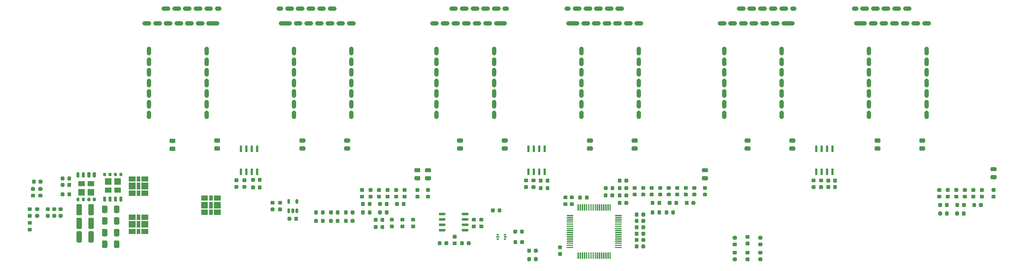
<source format=gbr>
G04 #@! TF.GenerationSoftware,KiCad,Pcbnew,(5.1.6)-1*
G04 #@! TF.CreationDate,2020-10-12T12:11:45+03:00*
G04 #@! TF.ProjectId,besc g2,62657363-2067-4322-9e6b-696361645f70,Init*
G04 #@! TF.SameCoordinates,Original*
G04 #@! TF.FileFunction,Paste,Top*
G04 #@! TF.FilePolarity,Positive*
%FSLAX46Y46*%
G04 Gerber Fmt 4.6, Leading zero omitted, Abs format (unit mm)*
G04 Created by KiCad (PCBNEW (5.1.6)-1) date 2020-10-12 12:11:45*
%MOMM*%
%LPD*%
G01*
G04 APERTURE LIST*
%ADD10C,1.000000*%
%ADD11C,0.100000*%
%ADD12R,0.500000X0.375000*%
%ADD13R,0.650000X0.300000*%
%ADD14R,1.550000X1.200000*%
%ADD15R,1.550000X1.600000*%
%ADD16R,0.600000X1.550000*%
G04 APERTURE END LIST*
D10*
X196300000Y-77400000D02*
X196300000Y-76400000D01*
X196300000Y-79900000D02*
X196300000Y-78900000D01*
X196300000Y-82400000D02*
X196300000Y-81400000D01*
X196300000Y-84900000D02*
X196300000Y-83900000D01*
X209800000Y-79900000D02*
X209800000Y-78900000D01*
X209800000Y-77400000D02*
X209800000Y-76400000D01*
X230300000Y-87400000D02*
X230300000Y-86400000D01*
X230300000Y-89900000D02*
X230300000Y-88900000D01*
X209800000Y-82400000D02*
X209800000Y-81400000D01*
X243800000Y-92400000D02*
X243800000Y-91400000D01*
X243800000Y-84900000D02*
X243800000Y-83900000D01*
X243800000Y-82400000D02*
X243800000Y-81400000D01*
X243800000Y-79900000D02*
X243800000Y-78900000D01*
X243800000Y-77400000D02*
X243800000Y-76400000D01*
X230300000Y-79900000D02*
X230300000Y-78900000D01*
X230300000Y-77400000D02*
X230300000Y-76400000D01*
X243800000Y-87400000D02*
X243800000Y-86400000D01*
X243800000Y-89900000D02*
X243800000Y-88900000D01*
X230300000Y-82400000D02*
X230300000Y-81400000D01*
X209800000Y-84900000D02*
X209800000Y-83900000D01*
X209800000Y-92400000D02*
X209800000Y-91400000D01*
X209800000Y-89900000D02*
X209800000Y-88900000D01*
X209800000Y-87400000D02*
X209800000Y-86400000D01*
X196300000Y-92400000D02*
X196300000Y-91400000D01*
X196300000Y-89900000D02*
X196300000Y-88900000D01*
X230300000Y-84900000D02*
X230300000Y-83900000D01*
X230300000Y-92400000D02*
X230300000Y-91400000D01*
X196300000Y-87400000D02*
X196300000Y-86400000D01*
X227300000Y-66900000D02*
X226800000Y-66900000D01*
X239800000Y-66900000D02*
X238800000Y-66900000D01*
X241800000Y-70400000D02*
X240800000Y-70400000D01*
X239300000Y-70400000D02*
X238300000Y-70400000D01*
X236800000Y-70400000D02*
X235800000Y-70400000D01*
X231800000Y-70400000D02*
X230800000Y-70400000D01*
X229300000Y-70400000D02*
X227300000Y-70400000D01*
X237300000Y-66900000D02*
X236300000Y-66900000D01*
X234800000Y-66900000D02*
X233800000Y-66900000D01*
X232300000Y-66900000D02*
X231300000Y-66900000D01*
X229800000Y-66900000D02*
X228800000Y-66900000D01*
X244300000Y-70400000D02*
X243300000Y-70400000D01*
X234300000Y-70400000D02*
X233300000Y-70400000D01*
X212300000Y-66900000D02*
X212800000Y-66900000D01*
X199800000Y-66900000D02*
X200800000Y-66900000D01*
X197800000Y-70400000D02*
X198800000Y-70400000D01*
X200300000Y-70400000D02*
X201300000Y-70400000D01*
X202800000Y-70400000D02*
X203800000Y-70400000D01*
X207800000Y-70400000D02*
X208800000Y-70400000D01*
X210300000Y-70400000D02*
X212300000Y-70400000D01*
X202300000Y-66900000D02*
X203300000Y-66900000D01*
X204800000Y-66900000D02*
X205800000Y-66900000D01*
X207300000Y-66900000D02*
X208300000Y-66900000D01*
X209800000Y-66900000D02*
X210800000Y-66900000D01*
X195300000Y-70400000D02*
X196300000Y-70400000D01*
X205300000Y-70400000D02*
X206300000Y-70400000D01*
X128800000Y-77400000D02*
X128800000Y-76400000D01*
X128800000Y-79900000D02*
X128800000Y-78900000D01*
X128800000Y-82400000D02*
X128800000Y-81400000D01*
X128800000Y-84900000D02*
X128800000Y-83900000D01*
X142300000Y-79900000D02*
X142300000Y-78900000D01*
X142300000Y-77400000D02*
X142300000Y-76400000D01*
X162800000Y-87400000D02*
X162800000Y-86400000D01*
X162800000Y-89900000D02*
X162800000Y-88900000D01*
X142300000Y-82400000D02*
X142300000Y-81400000D01*
X176300000Y-92400000D02*
X176300000Y-91400000D01*
X176300000Y-84900000D02*
X176300000Y-83900000D01*
X176300000Y-82400000D02*
X176300000Y-81400000D01*
X176300000Y-79900000D02*
X176300000Y-78900000D01*
X176300000Y-77400000D02*
X176300000Y-76400000D01*
X162800000Y-79900000D02*
X162800000Y-78900000D01*
X162800000Y-77400000D02*
X162800000Y-76400000D01*
X176300000Y-87400000D02*
X176300000Y-86400000D01*
X176300000Y-89900000D02*
X176300000Y-88900000D01*
X162800000Y-82400000D02*
X162800000Y-81400000D01*
X142300000Y-84900000D02*
X142300000Y-83900000D01*
X142300000Y-92400000D02*
X142300000Y-91400000D01*
X142300000Y-89900000D02*
X142300000Y-88900000D01*
X142300000Y-87400000D02*
X142300000Y-86400000D01*
X128800000Y-92400000D02*
X128800000Y-91400000D01*
X128800000Y-89900000D02*
X128800000Y-88900000D01*
X162800000Y-84900000D02*
X162800000Y-83900000D01*
X162800000Y-92400000D02*
X162800000Y-91400000D01*
X128800000Y-87400000D02*
X128800000Y-86400000D01*
X159800000Y-66900000D02*
X159300000Y-66900000D01*
X172300000Y-66900000D02*
X171300000Y-66900000D01*
X174300000Y-70400000D02*
X173300000Y-70400000D01*
X171800000Y-70400000D02*
X170800000Y-70400000D01*
X169300000Y-70400000D02*
X168300000Y-70400000D01*
X164300000Y-70400000D02*
X163300000Y-70400000D01*
X161800000Y-70400000D02*
X159800000Y-70400000D01*
X169800000Y-66900000D02*
X168800000Y-66900000D01*
X167300000Y-66900000D02*
X166300000Y-66900000D01*
X164800000Y-66900000D02*
X163800000Y-66900000D01*
X162300000Y-66900000D02*
X161300000Y-66900000D01*
X176800000Y-70400000D02*
X175800000Y-70400000D01*
X166800000Y-70400000D02*
X165800000Y-70400000D01*
X144800000Y-66900000D02*
X145300000Y-66900000D01*
X132300000Y-66900000D02*
X133300000Y-66900000D01*
X130300000Y-70400000D02*
X131300000Y-70400000D01*
X132800000Y-70400000D02*
X133800000Y-70400000D01*
X135300000Y-70400000D02*
X136300000Y-70400000D01*
X140300000Y-70400000D02*
X141300000Y-70400000D01*
X142800000Y-70400000D02*
X144800000Y-70400000D01*
X134800000Y-66900000D02*
X135800000Y-66900000D01*
X137300000Y-66900000D02*
X138300000Y-66900000D01*
X139800000Y-66900000D02*
X140800000Y-66900000D01*
X142300000Y-66900000D02*
X143300000Y-66900000D01*
X127800000Y-70400000D02*
X128800000Y-70400000D01*
X137800000Y-70400000D02*
X138800000Y-70400000D01*
X108800000Y-77400000D02*
X108800000Y-76400000D01*
X108800000Y-79900000D02*
X108800000Y-78900000D01*
X108800000Y-82400000D02*
X108800000Y-81400000D01*
X108800000Y-84900000D02*
X108800000Y-83900000D01*
X108800000Y-92400000D02*
X108800000Y-91400000D01*
X108800000Y-89900000D02*
X108800000Y-88900000D01*
X108800000Y-87400000D02*
X108800000Y-86400000D01*
X95300000Y-77400000D02*
X95300000Y-76400000D01*
X95300000Y-79900000D02*
X95300000Y-78900000D01*
X95300000Y-82400000D02*
X95300000Y-81400000D01*
X95300000Y-84900000D02*
X95300000Y-83900000D01*
X95300000Y-92400000D02*
X95300000Y-91400000D01*
X95300000Y-89900000D02*
X95300000Y-88900000D01*
X95300000Y-87400000D02*
X95300000Y-86400000D01*
X74800000Y-77400000D02*
X74800000Y-76400000D01*
X74800000Y-79900000D02*
X74800000Y-78900000D01*
X74800000Y-82400000D02*
X74800000Y-81400000D01*
X74800000Y-84900000D02*
X74800000Y-83900000D01*
X74800000Y-92400000D02*
X74800000Y-91400000D01*
X74800000Y-89900000D02*
X74800000Y-88900000D01*
X74800000Y-87400000D02*
X74800000Y-86400000D01*
X61300000Y-92400000D02*
X61300000Y-91400000D01*
X61300000Y-89900000D02*
X61300000Y-88900000D01*
X61300000Y-87400000D02*
X61300000Y-86400000D01*
X61300000Y-84900000D02*
X61300000Y-83900000D01*
X61300000Y-82400000D02*
X61300000Y-81400000D01*
X61300000Y-79900000D02*
X61300000Y-78900000D01*
X61300000Y-77400000D02*
X61300000Y-76400000D01*
X92300000Y-66900000D02*
X91800000Y-66900000D01*
X104800000Y-66900000D02*
X103800000Y-66900000D01*
X106800000Y-70400000D02*
X105800000Y-70400000D01*
X104300000Y-70400000D02*
X103300000Y-70400000D01*
X101800000Y-70400000D02*
X100800000Y-70400000D01*
X96800000Y-70400000D02*
X95800000Y-70400000D01*
X94300000Y-70400000D02*
X92300000Y-70400000D01*
X102300000Y-66900000D02*
X101300000Y-66900000D01*
X99800000Y-66900000D02*
X98800000Y-66900000D01*
X97300000Y-66900000D02*
X96300000Y-66900000D01*
X94800000Y-66900000D02*
X93800000Y-66900000D01*
X109300000Y-70400000D02*
X108300000Y-70400000D01*
X99300000Y-70400000D02*
X98300000Y-70400000D01*
X77300000Y-66900000D02*
X77800000Y-66900000D01*
X74800000Y-66900000D02*
X75800000Y-66900000D01*
X72300000Y-66900000D02*
X73300000Y-66900000D01*
X69800000Y-66900000D02*
X70800000Y-66900000D01*
X67300000Y-66900000D02*
X68300000Y-66900000D01*
X64800000Y-66900000D02*
X65800000Y-66900000D01*
X75300000Y-70400000D02*
X77300000Y-70400000D01*
X72800000Y-70400000D02*
X73800000Y-70400000D01*
X70300000Y-70400000D02*
X71300000Y-70400000D01*
X67800000Y-70400000D02*
X68800000Y-70400000D01*
X65300000Y-70400000D02*
X66300000Y-70400000D01*
X62800000Y-70400000D02*
X63800000Y-70400000D01*
X60300000Y-70400000D02*
X61300000Y-70400000D01*
D11*
G36*
X78050000Y-110900000D02*
G01*
X78050000Y-112050000D01*
X76550000Y-112050000D01*
X76550000Y-110900000D01*
X78050000Y-110900000D01*
G37*
X78050000Y-110900000D02*
X78050000Y-112050000D01*
X76550000Y-112050000D01*
X76550000Y-110900000D01*
X78050000Y-110900000D01*
G36*
X78050000Y-112400000D02*
G01*
X78050000Y-113900000D01*
X76550000Y-113900000D01*
X76550000Y-112400000D01*
X78050000Y-112400000D01*
G37*
X78050000Y-112400000D02*
X78050000Y-113900000D01*
X76550000Y-113900000D01*
X76550000Y-112400000D01*
X78050000Y-112400000D01*
G36*
X78050000Y-114250000D02*
G01*
X78050000Y-115400000D01*
X76550000Y-115400000D01*
X76550000Y-114250000D01*
X78050000Y-114250000D01*
G37*
X78050000Y-114250000D02*
X78050000Y-115400000D01*
X76550000Y-115400000D01*
X76550000Y-114250000D01*
X78050000Y-114250000D01*
G36*
X75050000Y-114250000D02*
G01*
X75050000Y-115400000D01*
X73550000Y-115400000D01*
X73550000Y-114250000D01*
X75050000Y-114250000D01*
G37*
X75050000Y-114250000D02*
X75050000Y-115400000D01*
X73550000Y-115400000D01*
X73550000Y-114250000D01*
X75050000Y-114250000D01*
G36*
X75050000Y-112400000D02*
G01*
X75050000Y-113900000D01*
X73550000Y-113900000D01*
X73550000Y-112400000D01*
X75050000Y-112400000D01*
G37*
X75050000Y-112400000D02*
X75050000Y-113900000D01*
X73550000Y-113900000D01*
X73550000Y-112400000D01*
X75050000Y-112400000D01*
G36*
X75050000Y-110900000D02*
G01*
X75050000Y-112050000D01*
X73550000Y-112050000D01*
X73550000Y-110900000D01*
X75050000Y-110900000D01*
G37*
X75050000Y-110900000D02*
X75050000Y-112050000D01*
X73550000Y-112050000D01*
X73550000Y-110900000D01*
X75050000Y-110900000D01*
G36*
X76200000Y-114250000D02*
G01*
X76200000Y-115400000D01*
X75400000Y-115400000D01*
X75400000Y-114250000D01*
X76200000Y-114250000D01*
G37*
X76200000Y-114250000D02*
X76200000Y-115400000D01*
X75400000Y-115400000D01*
X75400000Y-114250000D01*
X76200000Y-114250000D01*
G36*
X76200000Y-112400000D02*
G01*
X76200000Y-113900000D01*
X75400000Y-113900000D01*
X75400000Y-112400000D01*
X76200000Y-112400000D01*
G37*
X76200000Y-112400000D02*
X76200000Y-113900000D01*
X75400000Y-113900000D01*
X75400000Y-112400000D01*
X76200000Y-112400000D01*
G36*
X76200000Y-110900000D02*
G01*
X76200000Y-112050000D01*
X75400000Y-112050000D01*
X75400000Y-110900000D01*
X76200000Y-110900000D01*
G37*
X76200000Y-110900000D02*
X76200000Y-112050000D01*
X75400000Y-112050000D01*
X75400000Y-110900000D01*
X76200000Y-110900000D01*
G36*
X61050000Y-115400000D02*
G01*
X61050000Y-116550000D01*
X59550000Y-116550000D01*
X59550000Y-115400000D01*
X61050000Y-115400000D01*
G37*
X61050000Y-115400000D02*
X61050000Y-116550000D01*
X59550000Y-116550000D01*
X59550000Y-115400000D01*
X61050000Y-115400000D01*
G36*
X61050000Y-116900000D02*
G01*
X61050000Y-118400000D01*
X59550000Y-118400000D01*
X59550000Y-116900000D01*
X61050000Y-116900000D01*
G37*
X61050000Y-116900000D02*
X61050000Y-118400000D01*
X59550000Y-118400000D01*
X59550000Y-116900000D01*
X61050000Y-116900000D01*
G36*
X61050000Y-118750000D02*
G01*
X61050000Y-119900000D01*
X59550000Y-119900000D01*
X59550000Y-118750000D01*
X61050000Y-118750000D01*
G37*
X61050000Y-118750000D02*
X61050000Y-119900000D01*
X59550000Y-119900000D01*
X59550000Y-118750000D01*
X61050000Y-118750000D01*
G36*
X58050000Y-118750000D02*
G01*
X58050000Y-119900000D01*
X56550000Y-119900000D01*
X56550000Y-118750000D01*
X58050000Y-118750000D01*
G37*
X58050000Y-118750000D02*
X58050000Y-119900000D01*
X56550000Y-119900000D01*
X56550000Y-118750000D01*
X58050000Y-118750000D01*
G36*
X58050000Y-116900000D02*
G01*
X58050000Y-118400000D01*
X56550000Y-118400000D01*
X56550000Y-116900000D01*
X58050000Y-116900000D01*
G37*
X58050000Y-116900000D02*
X58050000Y-118400000D01*
X56550000Y-118400000D01*
X56550000Y-116900000D01*
X58050000Y-116900000D01*
G36*
X58050000Y-115400000D02*
G01*
X58050000Y-116550000D01*
X56550000Y-116550000D01*
X56550000Y-115400000D01*
X58050000Y-115400000D01*
G37*
X58050000Y-115400000D02*
X58050000Y-116550000D01*
X56550000Y-116550000D01*
X56550000Y-115400000D01*
X58050000Y-115400000D01*
G36*
X59200000Y-118750000D02*
G01*
X59200000Y-119900000D01*
X58400000Y-119900000D01*
X58400000Y-118750000D01*
X59200000Y-118750000D01*
G37*
X59200000Y-118750000D02*
X59200000Y-119900000D01*
X58400000Y-119900000D01*
X58400000Y-118750000D01*
X59200000Y-118750000D01*
G36*
X59200000Y-116900000D02*
G01*
X59200000Y-118400000D01*
X58400000Y-118400000D01*
X58400000Y-116900000D01*
X59200000Y-116900000D01*
G37*
X59200000Y-116900000D02*
X59200000Y-118400000D01*
X58400000Y-118400000D01*
X58400000Y-116900000D01*
X59200000Y-116900000D01*
G36*
X59200000Y-115400000D02*
G01*
X59200000Y-116550000D01*
X58400000Y-116550000D01*
X58400000Y-115400000D01*
X59200000Y-115400000D01*
G37*
X59200000Y-115400000D02*
X59200000Y-116550000D01*
X58400000Y-116550000D01*
X58400000Y-115400000D01*
X59200000Y-115400000D01*
G36*
X59200000Y-106400000D02*
G01*
X59200000Y-107550000D01*
X58400000Y-107550000D01*
X58400000Y-106400000D01*
X59200000Y-106400000D01*
G37*
X59200000Y-106400000D02*
X59200000Y-107550000D01*
X58400000Y-107550000D01*
X58400000Y-106400000D01*
X59200000Y-106400000D01*
G36*
X59200000Y-107900000D02*
G01*
X59200000Y-109400000D01*
X58400000Y-109400000D01*
X58400000Y-107900000D01*
X59200000Y-107900000D01*
G37*
X59200000Y-107900000D02*
X59200000Y-109400000D01*
X58400000Y-109400000D01*
X58400000Y-107900000D01*
X59200000Y-107900000D01*
G36*
X59200000Y-109750000D02*
G01*
X59200000Y-110900000D01*
X58400000Y-110900000D01*
X58400000Y-109750000D01*
X59200000Y-109750000D01*
G37*
X59200000Y-109750000D02*
X59200000Y-110900000D01*
X58400000Y-110900000D01*
X58400000Y-109750000D01*
X59200000Y-109750000D01*
G36*
X58050000Y-106400000D02*
G01*
X58050000Y-107550000D01*
X56550000Y-107550000D01*
X56550000Y-106400000D01*
X58050000Y-106400000D01*
G37*
X58050000Y-106400000D02*
X58050000Y-107550000D01*
X56550000Y-107550000D01*
X56550000Y-106400000D01*
X58050000Y-106400000D01*
G36*
X58050000Y-107900000D02*
G01*
X58050000Y-109400000D01*
X56550000Y-109400000D01*
X56550000Y-107900000D01*
X58050000Y-107900000D01*
G37*
X58050000Y-107900000D02*
X58050000Y-109400000D01*
X56550000Y-109400000D01*
X56550000Y-107900000D01*
X58050000Y-107900000D01*
G36*
X58050000Y-109750000D02*
G01*
X58050000Y-110900000D01*
X56550000Y-110900000D01*
X56550000Y-109750000D01*
X58050000Y-109750000D01*
G37*
X58050000Y-109750000D02*
X58050000Y-110900000D01*
X56550000Y-110900000D01*
X56550000Y-109750000D01*
X58050000Y-109750000D01*
G36*
X61050000Y-109750000D02*
G01*
X61050000Y-110900000D01*
X59550000Y-110900000D01*
X59550000Y-109750000D01*
X61050000Y-109750000D01*
G37*
X61050000Y-109750000D02*
X61050000Y-110900000D01*
X59550000Y-110900000D01*
X59550000Y-109750000D01*
X61050000Y-109750000D01*
G36*
X61050000Y-107900000D02*
G01*
X61050000Y-109400000D01*
X59550000Y-109400000D01*
X59550000Y-107900000D01*
X61050000Y-107900000D01*
G37*
X61050000Y-107900000D02*
X61050000Y-109400000D01*
X59550000Y-109400000D01*
X59550000Y-107900000D01*
X61050000Y-107900000D01*
G36*
X61050000Y-106400000D02*
G01*
X61050000Y-107550000D01*
X59550000Y-107550000D01*
X59550000Y-106400000D01*
X61050000Y-106400000D01*
G37*
X61050000Y-106400000D02*
X61050000Y-107550000D01*
X59550000Y-107550000D01*
X59550000Y-106400000D01*
X61050000Y-106400000D01*
G36*
G01*
X47075000Y-121725000D02*
X47075000Y-119575000D01*
G75*
G02*
X47325000Y-119325000I250000J0D01*
G01*
X48075000Y-119325000D01*
G75*
G02*
X48325000Y-119575000I0J-250000D01*
G01*
X48325000Y-121725000D01*
G75*
G02*
X48075000Y-121975000I-250000J0D01*
G01*
X47325000Y-121975000D01*
G75*
G02*
X47075000Y-121725000I0J250000D01*
G01*
G37*
G36*
G01*
X44275000Y-121725000D02*
X44275000Y-119575000D01*
G75*
G02*
X44525000Y-119325000I250000J0D01*
G01*
X45275000Y-119325000D01*
G75*
G02*
X45525000Y-119575000I0J-250000D01*
G01*
X45525000Y-121725000D01*
G75*
G02*
X45275000Y-121975000I-250000J0D01*
G01*
X44525000Y-121975000D01*
G75*
G02*
X44275000Y-121725000I0J250000D01*
G01*
G37*
G36*
G01*
X47075000Y-115325000D02*
X47075000Y-113175000D01*
G75*
G02*
X47325000Y-112925000I250000J0D01*
G01*
X48075000Y-112925000D01*
G75*
G02*
X48325000Y-113175000I0J-250000D01*
G01*
X48325000Y-115325000D01*
G75*
G02*
X48075000Y-115575000I-250000J0D01*
G01*
X47325000Y-115575000D01*
G75*
G02*
X47075000Y-115325000I0J250000D01*
G01*
G37*
G36*
G01*
X44275000Y-115325000D02*
X44275000Y-113175000D01*
G75*
G02*
X44525000Y-112925000I250000J0D01*
G01*
X45275000Y-112925000D01*
G75*
G02*
X45525000Y-113175000I0J-250000D01*
G01*
X45525000Y-115325000D01*
G75*
G02*
X45275000Y-115575000I-250000J0D01*
G01*
X44525000Y-115575000D01*
G75*
G02*
X44275000Y-115325000I0J250000D01*
G01*
G37*
G36*
G01*
X47075000Y-118525000D02*
X47075000Y-116375000D01*
G75*
G02*
X47325000Y-116125000I250000J0D01*
G01*
X48075000Y-116125000D01*
G75*
G02*
X48325000Y-116375000I0J-250000D01*
G01*
X48325000Y-118525000D01*
G75*
G02*
X48075000Y-118775000I-250000J0D01*
G01*
X47325000Y-118775000D01*
G75*
G02*
X47075000Y-118525000I0J250000D01*
G01*
G37*
G36*
G01*
X44275000Y-118525000D02*
X44275000Y-116375000D01*
G75*
G02*
X44525000Y-116125000I250000J0D01*
G01*
X45275000Y-116125000D01*
G75*
G02*
X45525000Y-116375000I0J-250000D01*
G01*
X45525000Y-118525000D01*
G75*
G02*
X45275000Y-118775000I-250000J0D01*
G01*
X44525000Y-118775000D01*
G75*
G02*
X44275000Y-118525000I0J250000D01*
G01*
G37*
G36*
G01*
X42150000Y-108656250D02*
X42150000Y-108143750D01*
G75*
G02*
X42368750Y-107925000I218750J0D01*
G01*
X42806250Y-107925000D01*
G75*
G02*
X43025000Y-108143750I0J-218750D01*
G01*
X43025000Y-108656250D01*
G75*
G02*
X42806250Y-108875000I-218750J0D01*
G01*
X42368750Y-108875000D01*
G75*
G02*
X42150000Y-108656250I0J218750D01*
G01*
G37*
G36*
G01*
X40575000Y-108656250D02*
X40575000Y-108143750D01*
G75*
G02*
X40793750Y-107925000I218750J0D01*
G01*
X41231250Y-107925000D01*
G75*
G02*
X41450000Y-108143750I0J-218750D01*
G01*
X41450000Y-108656250D01*
G75*
G02*
X41231250Y-108875000I-218750J0D01*
G01*
X40793750Y-108875000D01*
G75*
G02*
X40575000Y-108656250I0J218750D01*
G01*
G37*
D12*
X143200000Y-121187500D03*
X143200000Y-120112500D03*
D13*
X144975000Y-120650000D03*
X143125000Y-120650000D03*
D12*
X144900000Y-120112500D03*
X144900000Y-121187500D03*
G36*
G01*
X175556250Y-111125000D02*
X175043750Y-111125000D01*
G75*
G02*
X174825000Y-110906250I0J218750D01*
G01*
X174825000Y-110468750D01*
G75*
G02*
X175043750Y-110250000I218750J0D01*
G01*
X175556250Y-110250000D01*
G75*
G02*
X175775000Y-110468750I0J-218750D01*
G01*
X175775000Y-110906250D01*
G75*
G02*
X175556250Y-111125000I-218750J0D01*
G01*
G37*
G36*
G01*
X175556250Y-109550000D02*
X175043750Y-109550000D01*
G75*
G02*
X174825000Y-109331250I0J218750D01*
G01*
X174825000Y-108893750D01*
G75*
G02*
X175043750Y-108675000I218750J0D01*
G01*
X175556250Y-108675000D01*
G75*
G02*
X175775000Y-108893750I0J-218750D01*
G01*
X175775000Y-109331250D01*
G75*
G02*
X175556250Y-109550000I-218750J0D01*
G01*
G37*
G36*
G01*
X177043750Y-108675000D02*
X177556250Y-108675000D01*
G75*
G02*
X177775000Y-108893750I0J-218750D01*
G01*
X177775000Y-109331250D01*
G75*
G02*
X177556250Y-109550000I-218750J0D01*
G01*
X177043750Y-109550000D01*
G75*
G02*
X176825000Y-109331250I0J218750D01*
G01*
X176825000Y-108893750D01*
G75*
G02*
X177043750Y-108675000I218750J0D01*
G01*
G37*
G36*
G01*
X177043750Y-110250000D02*
X177556250Y-110250000D01*
G75*
G02*
X177775000Y-110468750I0J-218750D01*
G01*
X177775000Y-110906250D01*
G75*
G02*
X177556250Y-111125000I-218750J0D01*
G01*
X177043750Y-111125000D01*
G75*
G02*
X176825000Y-110906250I0J218750D01*
G01*
X176825000Y-110468750D01*
G75*
G02*
X177043750Y-110250000I218750J0D01*
G01*
G37*
G36*
G01*
X94262500Y-112830000D02*
X93937500Y-112830000D01*
G75*
G02*
X93775000Y-112667500I0J162500D01*
G01*
X93775000Y-111932500D01*
G75*
G02*
X93937500Y-111770000I162500J0D01*
G01*
X94262500Y-111770000D01*
G75*
G02*
X94425000Y-111932500I0J-162500D01*
G01*
X94425000Y-112667500D01*
G75*
G02*
X94262500Y-112830000I-162500J0D01*
G01*
G37*
G36*
G01*
X96162500Y-112830000D02*
X95837500Y-112830000D01*
G75*
G02*
X95675000Y-112667500I0J162500D01*
G01*
X95675000Y-111932500D01*
G75*
G02*
X95837500Y-111770000I162500J0D01*
G01*
X96162500Y-111770000D01*
G75*
G02*
X96325000Y-111932500I0J-162500D01*
G01*
X96325000Y-112667500D01*
G75*
G02*
X96162500Y-112830000I-162500J0D01*
G01*
G37*
G36*
G01*
X96162500Y-115030000D02*
X95837500Y-115030000D01*
G75*
G02*
X95675000Y-114867500I0J162500D01*
G01*
X95675000Y-114132500D01*
G75*
G02*
X95837500Y-113970000I162500J0D01*
G01*
X96162500Y-113970000D01*
G75*
G02*
X96325000Y-114132500I0J-162500D01*
G01*
X96325000Y-114867500D01*
G75*
G02*
X96162500Y-115030000I-162500J0D01*
G01*
G37*
G36*
G01*
X95212500Y-115030000D02*
X94887500Y-115030000D01*
G75*
G02*
X94725000Y-114867500I0J162500D01*
G01*
X94725000Y-114132500D01*
G75*
G02*
X94887500Y-113970000I162500J0D01*
G01*
X95212500Y-113970000D01*
G75*
G02*
X95375000Y-114132500I0J-162500D01*
G01*
X95375000Y-114867500D01*
G75*
G02*
X95212500Y-115030000I-162500J0D01*
G01*
G37*
G36*
G01*
X94262500Y-115030000D02*
X93937500Y-115030000D01*
G75*
G02*
X93775000Y-114867500I0J162500D01*
G01*
X93775000Y-114132500D01*
G75*
G02*
X93937500Y-113970000I162500J0D01*
G01*
X94262500Y-113970000D01*
G75*
G02*
X94425000Y-114132500I0J-162500D01*
G01*
X94425000Y-114867500D01*
G75*
G02*
X94262500Y-115030000I-162500J0D01*
G01*
G37*
G36*
G01*
X127256250Y-105450000D02*
X126343750Y-105450000D01*
G75*
G02*
X126100000Y-105206250I0J243750D01*
G01*
X126100000Y-104718750D01*
G75*
G02*
X126343750Y-104475000I243750J0D01*
G01*
X127256250Y-104475000D01*
G75*
G02*
X127500000Y-104718750I0J-243750D01*
G01*
X127500000Y-105206250D01*
G75*
G02*
X127256250Y-105450000I-243750J0D01*
G01*
G37*
G36*
G01*
X127256250Y-107325000D02*
X126343750Y-107325000D01*
G75*
G02*
X126100000Y-107081250I0J243750D01*
G01*
X126100000Y-106593750D01*
G75*
G02*
X126343750Y-106350000I243750J0D01*
G01*
X127256250Y-106350000D01*
G75*
G02*
X127500000Y-106593750I0J-243750D01*
G01*
X127500000Y-107081250D01*
G75*
G02*
X127256250Y-107325000I-243750J0D01*
G01*
G37*
G36*
G01*
X51525000Y-121775000D02*
X51525000Y-123025000D01*
G75*
G02*
X51275000Y-123275000I-250000J0D01*
G01*
X50525000Y-123275000D01*
G75*
G02*
X50275000Y-123025000I0J250000D01*
G01*
X50275000Y-121775000D01*
G75*
G02*
X50525000Y-121525000I250000J0D01*
G01*
X51275000Y-121525000D01*
G75*
G02*
X51525000Y-121775000I0J-250000D01*
G01*
G37*
G36*
G01*
X54325000Y-121775000D02*
X54325000Y-123025000D01*
G75*
G02*
X54075000Y-123275000I-250000J0D01*
G01*
X53325000Y-123275000D01*
G75*
G02*
X53075000Y-123025000I0J250000D01*
G01*
X53075000Y-121775000D01*
G75*
G02*
X53325000Y-121525000I250000J0D01*
G01*
X54075000Y-121525000D01*
G75*
G02*
X54325000Y-121775000I0J-250000D01*
G01*
G37*
G36*
G01*
X51525000Y-119025000D02*
X51525000Y-120275000D01*
G75*
G02*
X51275000Y-120525000I-250000J0D01*
G01*
X50525000Y-120525000D01*
G75*
G02*
X50275000Y-120275000I0J250000D01*
G01*
X50275000Y-119025000D01*
G75*
G02*
X50525000Y-118775000I250000J0D01*
G01*
X51275000Y-118775000D01*
G75*
G02*
X51525000Y-119025000I0J-250000D01*
G01*
G37*
G36*
G01*
X54325000Y-119025000D02*
X54325000Y-120275000D01*
G75*
G02*
X54075000Y-120525000I-250000J0D01*
G01*
X53325000Y-120525000D01*
G75*
G02*
X53075000Y-120275000I0J250000D01*
G01*
X53075000Y-119025000D01*
G75*
G02*
X53325000Y-118775000I250000J0D01*
G01*
X54075000Y-118775000D01*
G75*
G02*
X54325000Y-119025000I0J-250000D01*
G01*
G37*
G36*
G01*
X51525000Y-116275000D02*
X51525000Y-117525000D01*
G75*
G02*
X51275000Y-117775000I-250000J0D01*
G01*
X50525000Y-117775000D01*
G75*
G02*
X50275000Y-117525000I0J250000D01*
G01*
X50275000Y-116275000D01*
G75*
G02*
X50525000Y-116025000I250000J0D01*
G01*
X51275000Y-116025000D01*
G75*
G02*
X51525000Y-116275000I0J-250000D01*
G01*
G37*
G36*
G01*
X54325000Y-116275000D02*
X54325000Y-117525000D01*
G75*
G02*
X54075000Y-117775000I-250000J0D01*
G01*
X53325000Y-117775000D01*
G75*
G02*
X53075000Y-117525000I0J250000D01*
G01*
X53075000Y-116275000D01*
G75*
G02*
X53325000Y-116025000I250000J0D01*
G01*
X54075000Y-116025000D01*
G75*
G02*
X54325000Y-116275000I0J-250000D01*
G01*
G37*
G36*
G01*
X51525000Y-113525000D02*
X51525000Y-114775000D01*
G75*
G02*
X51275000Y-115025000I-250000J0D01*
G01*
X50525000Y-115025000D01*
G75*
G02*
X50275000Y-114775000I0J250000D01*
G01*
X50275000Y-113525000D01*
G75*
G02*
X50525000Y-113275000I250000J0D01*
G01*
X51275000Y-113275000D01*
G75*
G02*
X51525000Y-113525000I0J-250000D01*
G01*
G37*
G36*
G01*
X54325000Y-113525000D02*
X54325000Y-114775000D01*
G75*
G02*
X54075000Y-115025000I-250000J0D01*
G01*
X53325000Y-115025000D01*
G75*
G02*
X53075000Y-114775000I0J250000D01*
G01*
X53075000Y-113525000D01*
G75*
G02*
X53325000Y-113275000I250000J0D01*
G01*
X54075000Y-113275000D01*
G75*
G02*
X54325000Y-113525000I0J-250000D01*
G01*
G37*
D14*
X45460000Y-108150000D03*
X47640000Y-108150000D03*
D15*
X45460000Y-110150000D03*
X47640000Y-110150000D03*
G36*
G01*
X48810000Y-111625000D02*
X48810000Y-112075000D01*
G75*
G02*
X48635000Y-112250000I-175000J0D01*
G01*
X48285000Y-112250000D01*
G75*
G02*
X48110000Y-112075000I0J175000D01*
G01*
X48110000Y-111625000D01*
G75*
G02*
X48285000Y-111450000I175000J0D01*
G01*
X48635000Y-111450000D01*
G75*
G02*
X48810000Y-111625000I0J-175000D01*
G01*
G37*
G36*
G01*
X47540000Y-111625000D02*
X47540000Y-112075000D01*
G75*
G02*
X47365000Y-112250000I-175000J0D01*
G01*
X47015000Y-112250000D01*
G75*
G02*
X46840000Y-112075000I0J175000D01*
G01*
X46840000Y-111625000D01*
G75*
G02*
X47015000Y-111450000I175000J0D01*
G01*
X47365000Y-111450000D01*
G75*
G02*
X47540000Y-111625000I0J-175000D01*
G01*
G37*
G36*
G01*
X46260000Y-111625000D02*
X46260000Y-112075000D01*
G75*
G02*
X46085000Y-112250000I-175000J0D01*
G01*
X45735000Y-112250000D01*
G75*
G02*
X45560000Y-112075000I0J175000D01*
G01*
X45560000Y-111625000D01*
G75*
G02*
X45735000Y-111450000I175000J0D01*
G01*
X46085000Y-111450000D01*
G75*
G02*
X46260000Y-111625000I0J-175000D01*
G01*
G37*
G36*
G01*
X44990000Y-111625000D02*
X44990000Y-112075000D01*
G75*
G02*
X44815000Y-112250000I-175000J0D01*
G01*
X44465000Y-112250000D01*
G75*
G02*
X44290000Y-112075000I0J175000D01*
G01*
X44290000Y-111625000D01*
G75*
G02*
X44465000Y-111450000I175000J0D01*
G01*
X44815000Y-111450000D01*
G75*
G02*
X44990000Y-111625000I0J-175000D01*
G01*
G37*
G36*
G01*
X44990000Y-105625000D02*
X44990000Y-106475000D01*
G75*
G02*
X44815000Y-106650000I-175000J0D01*
G01*
X44465000Y-106650000D01*
G75*
G02*
X44290000Y-106475000I0J175000D01*
G01*
X44290000Y-105625000D01*
G75*
G02*
X44465000Y-105450000I175000J0D01*
G01*
X44815000Y-105450000D01*
G75*
G02*
X44990000Y-105625000I0J-175000D01*
G01*
G37*
G36*
G01*
X46260000Y-105625000D02*
X46260000Y-106475000D01*
G75*
G02*
X46085000Y-106650000I-175000J0D01*
G01*
X45735000Y-106650000D01*
G75*
G02*
X45560000Y-106475000I0J175000D01*
G01*
X45560000Y-105625000D01*
G75*
G02*
X45735000Y-105450000I175000J0D01*
G01*
X46085000Y-105450000D01*
G75*
G02*
X46260000Y-105625000I0J-175000D01*
G01*
G37*
G36*
G01*
X47540000Y-105625000D02*
X47540000Y-106475000D01*
G75*
G02*
X47365000Y-106650000I-175000J0D01*
G01*
X47015000Y-106650000D01*
G75*
G02*
X46840000Y-106475000I0J175000D01*
G01*
X46840000Y-105625000D01*
G75*
G02*
X47015000Y-105450000I175000J0D01*
G01*
X47365000Y-105450000D01*
G75*
G02*
X47540000Y-105625000I0J-175000D01*
G01*
G37*
G36*
G01*
X48810000Y-105625000D02*
X48810000Y-106475000D01*
G75*
G02*
X48635000Y-106650000I-175000J0D01*
G01*
X48285000Y-106650000D01*
G75*
G02*
X48110000Y-106475000I0J175000D01*
G01*
X48110000Y-105625000D01*
G75*
G02*
X48285000Y-105450000I175000J0D01*
G01*
X48635000Y-105450000D01*
G75*
G02*
X48810000Y-105625000I0J-175000D01*
G01*
G37*
D14*
X53890000Y-109650000D03*
X51710000Y-109650000D03*
D15*
X53890000Y-107650000D03*
X51710000Y-107650000D03*
G36*
G01*
X50540000Y-106175000D02*
X50540000Y-105725000D01*
G75*
G02*
X50715000Y-105550000I175000J0D01*
G01*
X51065000Y-105550000D01*
G75*
G02*
X51240000Y-105725000I0J-175000D01*
G01*
X51240000Y-106175000D01*
G75*
G02*
X51065000Y-106350000I-175000J0D01*
G01*
X50715000Y-106350000D01*
G75*
G02*
X50540000Y-106175000I0J175000D01*
G01*
G37*
G36*
G01*
X51810000Y-106175000D02*
X51810000Y-105725000D01*
G75*
G02*
X51985000Y-105550000I175000J0D01*
G01*
X52335000Y-105550000D01*
G75*
G02*
X52510000Y-105725000I0J-175000D01*
G01*
X52510000Y-106175000D01*
G75*
G02*
X52335000Y-106350000I-175000J0D01*
G01*
X51985000Y-106350000D01*
G75*
G02*
X51810000Y-106175000I0J175000D01*
G01*
G37*
G36*
G01*
X53090000Y-106175000D02*
X53090000Y-105725000D01*
G75*
G02*
X53265000Y-105550000I175000J0D01*
G01*
X53615000Y-105550000D01*
G75*
G02*
X53790000Y-105725000I0J-175000D01*
G01*
X53790000Y-106175000D01*
G75*
G02*
X53615000Y-106350000I-175000J0D01*
G01*
X53265000Y-106350000D01*
G75*
G02*
X53090000Y-106175000I0J175000D01*
G01*
G37*
G36*
G01*
X54360000Y-106175000D02*
X54360000Y-105725000D01*
G75*
G02*
X54535000Y-105550000I175000J0D01*
G01*
X54885000Y-105550000D01*
G75*
G02*
X55060000Y-105725000I0J-175000D01*
G01*
X55060000Y-106175000D01*
G75*
G02*
X54885000Y-106350000I-175000J0D01*
G01*
X54535000Y-106350000D01*
G75*
G02*
X54360000Y-106175000I0J175000D01*
G01*
G37*
G36*
G01*
X54360000Y-112175000D02*
X54360000Y-111325000D01*
G75*
G02*
X54535000Y-111150000I175000J0D01*
G01*
X54885000Y-111150000D01*
G75*
G02*
X55060000Y-111325000I0J-175000D01*
G01*
X55060000Y-112175000D01*
G75*
G02*
X54885000Y-112350000I-175000J0D01*
G01*
X54535000Y-112350000D01*
G75*
G02*
X54360000Y-112175000I0J175000D01*
G01*
G37*
G36*
G01*
X53090000Y-112175000D02*
X53090000Y-111325000D01*
G75*
G02*
X53265000Y-111150000I175000J0D01*
G01*
X53615000Y-111150000D01*
G75*
G02*
X53790000Y-111325000I0J-175000D01*
G01*
X53790000Y-112175000D01*
G75*
G02*
X53615000Y-112350000I-175000J0D01*
G01*
X53265000Y-112350000D01*
G75*
G02*
X53090000Y-112175000I0J175000D01*
G01*
G37*
G36*
G01*
X51810000Y-112175000D02*
X51810000Y-111325000D01*
G75*
G02*
X51985000Y-111150000I175000J0D01*
G01*
X52335000Y-111150000D01*
G75*
G02*
X52510000Y-111325000I0J-175000D01*
G01*
X52510000Y-112175000D01*
G75*
G02*
X52335000Y-112350000I-175000J0D01*
G01*
X51985000Y-112350000D01*
G75*
G02*
X51810000Y-112175000I0J175000D01*
G01*
G37*
G36*
G01*
X50540000Y-112175000D02*
X50540000Y-111325000D01*
G75*
G02*
X50715000Y-111150000I175000J0D01*
G01*
X51065000Y-111150000D01*
G75*
G02*
X51240000Y-111325000I0J-175000D01*
G01*
X51240000Y-112175000D01*
G75*
G02*
X51065000Y-112350000I-175000J0D01*
G01*
X50715000Y-112350000D01*
G75*
G02*
X50540000Y-112175000I0J175000D01*
G01*
G37*
G36*
G01*
X34306250Y-109800000D02*
X33793750Y-109800000D01*
G75*
G02*
X33575000Y-109581250I0J218750D01*
G01*
X33575000Y-109143750D01*
G75*
G02*
X33793750Y-108925000I218750J0D01*
G01*
X34306250Y-108925000D01*
G75*
G02*
X34525000Y-109143750I0J-218750D01*
G01*
X34525000Y-109581250D01*
G75*
G02*
X34306250Y-109800000I-218750J0D01*
G01*
G37*
G36*
G01*
X34306250Y-111375000D02*
X33793750Y-111375000D01*
G75*
G02*
X33575000Y-111156250I0J218750D01*
G01*
X33575000Y-110718750D01*
G75*
G02*
X33793750Y-110500000I218750J0D01*
G01*
X34306250Y-110500000D01*
G75*
G02*
X34525000Y-110718750I0J-218750D01*
G01*
X34525000Y-111156250D01*
G75*
G02*
X34306250Y-111375000I-218750J0D01*
G01*
G37*
G36*
G01*
X42150000Y-110906250D02*
X42150000Y-110393750D01*
G75*
G02*
X42368750Y-110175000I218750J0D01*
G01*
X42806250Y-110175000D01*
G75*
G02*
X43025000Y-110393750I0J-218750D01*
G01*
X43025000Y-110906250D01*
G75*
G02*
X42806250Y-111125000I-218750J0D01*
G01*
X42368750Y-111125000D01*
G75*
G02*
X42150000Y-110906250I0J218750D01*
G01*
G37*
G36*
G01*
X40575000Y-110906250D02*
X40575000Y-110393750D01*
G75*
G02*
X40793750Y-110175000I218750J0D01*
G01*
X41231250Y-110175000D01*
G75*
G02*
X41450000Y-110393750I0J-218750D01*
G01*
X41450000Y-110906250D01*
G75*
G02*
X41231250Y-111125000I-218750J0D01*
G01*
X40793750Y-111125000D01*
G75*
G02*
X40575000Y-110906250I0J218750D01*
G01*
G37*
G36*
G01*
X35306250Y-114550000D02*
X34793750Y-114550000D01*
G75*
G02*
X34575000Y-114331250I0J218750D01*
G01*
X34575000Y-113893750D01*
G75*
G02*
X34793750Y-113675000I218750J0D01*
G01*
X35306250Y-113675000D01*
G75*
G02*
X35525000Y-113893750I0J-218750D01*
G01*
X35525000Y-114331250D01*
G75*
G02*
X35306250Y-114550000I-218750J0D01*
G01*
G37*
G36*
G01*
X35306250Y-116125000D02*
X34793750Y-116125000D01*
G75*
G02*
X34575000Y-115906250I0J218750D01*
G01*
X34575000Y-115468750D01*
G75*
G02*
X34793750Y-115250000I218750J0D01*
G01*
X35306250Y-115250000D01*
G75*
G02*
X35525000Y-115468750I0J-218750D01*
G01*
X35525000Y-115906250D01*
G75*
G02*
X35306250Y-116125000I-218750J0D01*
G01*
G37*
G36*
G01*
X38793750Y-115250000D02*
X39306250Y-115250000D01*
G75*
G02*
X39525000Y-115468750I0J-218750D01*
G01*
X39525000Y-115906250D01*
G75*
G02*
X39306250Y-116125000I-218750J0D01*
G01*
X38793750Y-116125000D01*
G75*
G02*
X38575000Y-115906250I0J218750D01*
G01*
X38575000Y-115468750D01*
G75*
G02*
X38793750Y-115250000I218750J0D01*
G01*
G37*
G36*
G01*
X38793750Y-113675000D02*
X39306250Y-113675000D01*
G75*
G02*
X39525000Y-113893750I0J-218750D01*
G01*
X39525000Y-114331250D01*
G75*
G02*
X39306250Y-114550000I-218750J0D01*
G01*
X38793750Y-114550000D01*
G75*
G02*
X38575000Y-114331250I0J218750D01*
G01*
X38575000Y-113893750D01*
G75*
G02*
X38793750Y-113675000I218750J0D01*
G01*
G37*
G36*
G01*
X37806250Y-114550000D02*
X37293750Y-114550000D01*
G75*
G02*
X37075000Y-114331250I0J218750D01*
G01*
X37075000Y-113893750D01*
G75*
G02*
X37293750Y-113675000I218750J0D01*
G01*
X37806250Y-113675000D01*
G75*
G02*
X38025000Y-113893750I0J-218750D01*
G01*
X38025000Y-114331250D01*
G75*
G02*
X37806250Y-114550000I-218750J0D01*
G01*
G37*
G36*
G01*
X37806250Y-116125000D02*
X37293750Y-116125000D01*
G75*
G02*
X37075000Y-115906250I0J218750D01*
G01*
X37075000Y-115468750D01*
G75*
G02*
X37293750Y-115250000I218750J0D01*
G01*
X37806250Y-115250000D01*
G75*
G02*
X38025000Y-115468750I0J-218750D01*
G01*
X38025000Y-115906250D01*
G75*
G02*
X37806250Y-116125000I-218750J0D01*
G01*
G37*
G36*
G01*
X33556250Y-117800000D02*
X33043750Y-117800000D01*
G75*
G02*
X32825000Y-117581250I0J218750D01*
G01*
X32825000Y-117143750D01*
G75*
G02*
X33043750Y-116925000I218750J0D01*
G01*
X33556250Y-116925000D01*
G75*
G02*
X33775000Y-117143750I0J-218750D01*
G01*
X33775000Y-117581250D01*
G75*
G02*
X33556250Y-117800000I-218750J0D01*
G01*
G37*
G36*
G01*
X33556250Y-119375000D02*
X33043750Y-119375000D01*
G75*
G02*
X32825000Y-119156250I0J218750D01*
G01*
X32825000Y-118718750D01*
G75*
G02*
X33043750Y-118500000I218750J0D01*
G01*
X33556250Y-118500000D01*
G75*
G02*
X33775000Y-118718750I0J-218750D01*
G01*
X33775000Y-119156250D01*
G75*
G02*
X33556250Y-119375000I-218750J0D01*
G01*
G37*
G36*
G01*
X33043750Y-115250000D02*
X33556250Y-115250000D01*
G75*
G02*
X33775000Y-115468750I0J-218750D01*
G01*
X33775000Y-115906250D01*
G75*
G02*
X33556250Y-116125000I-218750J0D01*
G01*
X33043750Y-116125000D01*
G75*
G02*
X32825000Y-115906250I0J218750D01*
G01*
X32825000Y-115468750D01*
G75*
G02*
X33043750Y-115250000I218750J0D01*
G01*
G37*
G36*
G01*
X33043750Y-113675000D02*
X33556250Y-113675000D01*
G75*
G02*
X33775000Y-113893750I0J-218750D01*
G01*
X33775000Y-114331250D01*
G75*
G02*
X33556250Y-114550000I-218750J0D01*
G01*
X33043750Y-114550000D01*
G75*
G02*
X32825000Y-114331250I0J218750D01*
G01*
X32825000Y-113893750D01*
G75*
G02*
X33043750Y-113675000I218750J0D01*
G01*
G37*
G36*
G01*
X35400000Y-107906250D02*
X35400000Y-107393750D01*
G75*
G02*
X35618750Y-107175000I218750J0D01*
G01*
X36056250Y-107175000D01*
G75*
G02*
X36275000Y-107393750I0J-218750D01*
G01*
X36275000Y-107906250D01*
G75*
G02*
X36056250Y-108125000I-218750J0D01*
G01*
X35618750Y-108125000D01*
G75*
G02*
X35400000Y-107906250I0J218750D01*
G01*
G37*
G36*
G01*
X33825000Y-107906250D02*
X33825000Y-107393750D01*
G75*
G02*
X34043750Y-107175000I218750J0D01*
G01*
X34481250Y-107175000D01*
G75*
G02*
X34700000Y-107393750I0J-218750D01*
G01*
X34700000Y-107906250D01*
G75*
G02*
X34481250Y-108125000I-218750J0D01*
G01*
X34043750Y-108125000D01*
G75*
G02*
X33825000Y-107906250I0J218750D01*
G01*
G37*
G36*
G01*
X36056250Y-109800000D02*
X35543750Y-109800000D01*
G75*
G02*
X35325000Y-109581250I0J218750D01*
G01*
X35325000Y-109143750D01*
G75*
G02*
X35543750Y-108925000I218750J0D01*
G01*
X36056250Y-108925000D01*
G75*
G02*
X36275000Y-109143750I0J-218750D01*
G01*
X36275000Y-109581250D01*
G75*
G02*
X36056250Y-109800000I-218750J0D01*
G01*
G37*
G36*
G01*
X36056250Y-111375000D02*
X35543750Y-111375000D01*
G75*
G02*
X35325000Y-111156250I0J218750D01*
G01*
X35325000Y-110718750D01*
G75*
G02*
X35543750Y-110500000I218750J0D01*
G01*
X36056250Y-110500000D01*
G75*
G02*
X36275000Y-110718750I0J-218750D01*
G01*
X36275000Y-111156250D01*
G75*
G02*
X36056250Y-111375000I-218750J0D01*
G01*
G37*
G36*
G01*
X42150000Y-107156250D02*
X42150000Y-106643750D01*
G75*
G02*
X42368750Y-106425000I218750J0D01*
G01*
X42806250Y-106425000D01*
G75*
G02*
X43025000Y-106643750I0J-218750D01*
G01*
X43025000Y-107156250D01*
G75*
G02*
X42806250Y-107375000I-218750J0D01*
G01*
X42368750Y-107375000D01*
G75*
G02*
X42150000Y-107156250I0J218750D01*
G01*
G37*
G36*
G01*
X40575000Y-107156250D02*
X40575000Y-106643750D01*
G75*
G02*
X40793750Y-106425000I218750J0D01*
G01*
X41231250Y-106425000D01*
G75*
G02*
X41450000Y-106643750I0J-218750D01*
G01*
X41450000Y-107156250D01*
G75*
G02*
X41231250Y-107375000I-218750J0D01*
G01*
X40793750Y-107375000D01*
G75*
G02*
X40575000Y-107156250I0J218750D01*
G01*
G37*
G36*
G01*
X40293750Y-115250000D02*
X40806250Y-115250000D01*
G75*
G02*
X41025000Y-115468750I0J-218750D01*
G01*
X41025000Y-115906250D01*
G75*
G02*
X40806250Y-116125000I-218750J0D01*
G01*
X40293750Y-116125000D01*
G75*
G02*
X40075000Y-115906250I0J218750D01*
G01*
X40075000Y-115468750D01*
G75*
G02*
X40293750Y-115250000I218750J0D01*
G01*
G37*
G36*
G01*
X40293750Y-113675000D02*
X40806250Y-113675000D01*
G75*
G02*
X41025000Y-113893750I0J-218750D01*
G01*
X41025000Y-114331250D01*
G75*
G02*
X40806250Y-114550000I-218750J0D01*
G01*
X40293750Y-114550000D01*
G75*
G02*
X40075000Y-114331250I0J218750D01*
G01*
X40075000Y-113893750D01*
G75*
G02*
X40293750Y-113675000I218750J0D01*
G01*
G37*
G36*
G01*
X260006250Y-105200000D02*
X259093750Y-105200000D01*
G75*
G02*
X258850000Y-104956250I0J243750D01*
G01*
X258850000Y-104468750D01*
G75*
G02*
X259093750Y-104225000I243750J0D01*
G01*
X260006250Y-104225000D01*
G75*
G02*
X260250000Y-104468750I0J-243750D01*
G01*
X260250000Y-104956250D01*
G75*
G02*
X260006250Y-105200000I-243750J0D01*
G01*
G37*
G36*
G01*
X260006250Y-107075000D02*
X259093750Y-107075000D01*
G75*
G02*
X258850000Y-106831250I0J243750D01*
G01*
X258850000Y-106343750D01*
G75*
G02*
X259093750Y-106100000I243750J0D01*
G01*
X260006250Y-106100000D01*
G75*
G02*
X260250000Y-106343750I0J-243750D01*
G01*
X260250000Y-106831250D01*
G75*
G02*
X260006250Y-107075000I-243750J0D01*
G01*
G37*
G36*
G01*
X192256250Y-105450000D02*
X191343750Y-105450000D01*
G75*
G02*
X191100000Y-105206250I0J243750D01*
G01*
X191100000Y-104718750D01*
G75*
G02*
X191343750Y-104475000I243750J0D01*
G01*
X192256250Y-104475000D01*
G75*
G02*
X192500000Y-104718750I0J-243750D01*
G01*
X192500000Y-105206250D01*
G75*
G02*
X192256250Y-105450000I-243750J0D01*
G01*
G37*
G36*
G01*
X192256250Y-107325000D02*
X191343750Y-107325000D01*
G75*
G02*
X191100000Y-107081250I0J243750D01*
G01*
X191100000Y-106593750D01*
G75*
G02*
X191343750Y-106350000I243750J0D01*
G01*
X192256250Y-106350000D01*
G75*
G02*
X192500000Y-106593750I0J-243750D01*
G01*
X192500000Y-107081250D01*
G75*
G02*
X192256250Y-107325000I-243750J0D01*
G01*
G37*
G36*
G01*
X124756250Y-105450000D02*
X123843750Y-105450000D01*
G75*
G02*
X123600000Y-105206250I0J243750D01*
G01*
X123600000Y-104718750D01*
G75*
G02*
X123843750Y-104475000I243750J0D01*
G01*
X124756250Y-104475000D01*
G75*
G02*
X125000000Y-104718750I0J-243750D01*
G01*
X125000000Y-105206250D01*
G75*
G02*
X124756250Y-105450000I-243750J0D01*
G01*
G37*
G36*
G01*
X124756250Y-107325000D02*
X123843750Y-107325000D01*
G75*
G02*
X123600000Y-107081250I0J243750D01*
G01*
X123600000Y-106593750D01*
G75*
G02*
X123843750Y-106350000I243750J0D01*
G01*
X124756250Y-106350000D01*
G75*
G02*
X125000000Y-106593750I0J-243750D01*
G01*
X125000000Y-107081250D01*
G75*
G02*
X124756250Y-107325000I-243750J0D01*
G01*
G37*
G36*
G01*
X247450000Y-114893750D02*
X247450000Y-115406250D01*
G75*
G02*
X247231250Y-115625000I-218750J0D01*
G01*
X246793750Y-115625000D01*
G75*
G02*
X246575000Y-115406250I0J218750D01*
G01*
X246575000Y-114893750D01*
G75*
G02*
X246793750Y-114675000I218750J0D01*
G01*
X247231250Y-114675000D01*
G75*
G02*
X247450000Y-114893750I0J-218750D01*
G01*
G37*
G36*
G01*
X249025000Y-114893750D02*
X249025000Y-115406250D01*
G75*
G02*
X248806250Y-115625000I-218750J0D01*
G01*
X248368750Y-115625000D01*
G75*
G02*
X248150000Y-115406250I0J218750D01*
G01*
X248150000Y-114893750D01*
G75*
G02*
X248368750Y-114675000I218750J0D01*
G01*
X248806250Y-114675000D01*
G75*
G02*
X249025000Y-114893750I0J-218750D01*
G01*
G37*
G36*
G01*
X179950000Y-114643750D02*
X179950000Y-115156250D01*
G75*
G02*
X179731250Y-115375000I-218750J0D01*
G01*
X179293750Y-115375000D01*
G75*
G02*
X179075000Y-115156250I0J218750D01*
G01*
X179075000Y-114643750D01*
G75*
G02*
X179293750Y-114425000I218750J0D01*
G01*
X179731250Y-114425000D01*
G75*
G02*
X179950000Y-114643750I0J-218750D01*
G01*
G37*
G36*
G01*
X181525000Y-114643750D02*
X181525000Y-115156250D01*
G75*
G02*
X181306250Y-115375000I-218750J0D01*
G01*
X180868750Y-115375000D01*
G75*
G02*
X180650000Y-115156250I0J218750D01*
G01*
X180650000Y-114643750D01*
G75*
G02*
X180868750Y-114425000I218750J0D01*
G01*
X181306250Y-114425000D01*
G75*
G02*
X181525000Y-114643750I0J-218750D01*
G01*
G37*
G36*
G01*
X116650000Y-115156250D02*
X116650000Y-114643750D01*
G75*
G02*
X116868750Y-114425000I218750J0D01*
G01*
X117306250Y-114425000D01*
G75*
G02*
X117525000Y-114643750I0J-218750D01*
G01*
X117525000Y-115156250D01*
G75*
G02*
X117306250Y-115375000I-218750J0D01*
G01*
X116868750Y-115375000D01*
G75*
G02*
X116650000Y-115156250I0J218750D01*
G01*
G37*
G36*
G01*
X115075000Y-115156250D02*
X115075000Y-114643750D01*
G75*
G02*
X115293750Y-114425000I218750J0D01*
G01*
X115731250Y-114425000D01*
G75*
G02*
X115950000Y-114643750I0J-218750D01*
G01*
X115950000Y-115156250D01*
G75*
G02*
X115731250Y-115375000I-218750J0D01*
G01*
X115293750Y-115375000D01*
G75*
G02*
X115075000Y-115156250I0J218750D01*
G01*
G37*
G36*
G01*
X247056250Y-110050000D02*
X246543750Y-110050000D01*
G75*
G02*
X246325000Y-109831250I0J218750D01*
G01*
X246325000Y-109393750D01*
G75*
G02*
X246543750Y-109175000I218750J0D01*
G01*
X247056250Y-109175000D01*
G75*
G02*
X247275000Y-109393750I0J-218750D01*
G01*
X247275000Y-109831250D01*
G75*
G02*
X247056250Y-110050000I-218750J0D01*
G01*
G37*
G36*
G01*
X247056250Y-111625000D02*
X246543750Y-111625000D01*
G75*
G02*
X246325000Y-111406250I0J218750D01*
G01*
X246325000Y-110968750D01*
G75*
G02*
X246543750Y-110750000I218750J0D01*
G01*
X247056250Y-110750000D01*
G75*
G02*
X247275000Y-110968750I0J-218750D01*
G01*
X247275000Y-111406250D01*
G75*
G02*
X247056250Y-111625000I-218750J0D01*
G01*
G37*
G36*
G01*
X179556250Y-109550000D02*
X179043750Y-109550000D01*
G75*
G02*
X178825000Y-109331250I0J218750D01*
G01*
X178825000Y-108893750D01*
G75*
G02*
X179043750Y-108675000I218750J0D01*
G01*
X179556250Y-108675000D01*
G75*
G02*
X179775000Y-108893750I0J-218750D01*
G01*
X179775000Y-109331250D01*
G75*
G02*
X179556250Y-109550000I-218750J0D01*
G01*
G37*
G36*
G01*
X179556250Y-111125000D02*
X179043750Y-111125000D01*
G75*
G02*
X178825000Y-110906250I0J218750D01*
G01*
X178825000Y-110468750D01*
G75*
G02*
X179043750Y-110250000I218750J0D01*
G01*
X179556250Y-110250000D01*
G75*
G02*
X179775000Y-110468750I0J-218750D01*
G01*
X179775000Y-110906250D01*
G75*
G02*
X179556250Y-111125000I-218750J0D01*
G01*
G37*
G36*
G01*
X111556250Y-110050000D02*
X111043750Y-110050000D01*
G75*
G02*
X110825000Y-109831250I0J218750D01*
G01*
X110825000Y-109393750D01*
G75*
G02*
X111043750Y-109175000I218750J0D01*
G01*
X111556250Y-109175000D01*
G75*
G02*
X111775000Y-109393750I0J-218750D01*
G01*
X111775000Y-109831250D01*
G75*
G02*
X111556250Y-110050000I-218750J0D01*
G01*
G37*
G36*
G01*
X111556250Y-111625000D02*
X111043750Y-111625000D01*
G75*
G02*
X110825000Y-111406250I0J218750D01*
G01*
X110825000Y-110968750D01*
G75*
G02*
X111043750Y-110750000I218750J0D01*
G01*
X111556250Y-110750000D01*
G75*
G02*
X111775000Y-110968750I0J-218750D01*
G01*
X111775000Y-111406250D01*
G75*
G02*
X111556250Y-111625000I-218750J0D01*
G01*
G37*
G36*
G01*
X251412500Y-114893750D02*
X251412500Y-115406250D01*
G75*
G02*
X251193750Y-115625000I-218750J0D01*
G01*
X250756250Y-115625000D01*
G75*
G02*
X250537500Y-115406250I0J218750D01*
G01*
X250537500Y-114893750D01*
G75*
G02*
X250756250Y-114675000I218750J0D01*
G01*
X251193750Y-114675000D01*
G75*
G02*
X251412500Y-114893750I0J-218750D01*
G01*
G37*
G36*
G01*
X252987500Y-114893750D02*
X252987500Y-115406250D01*
G75*
G02*
X252768750Y-115625000I-218750J0D01*
G01*
X252331250Y-115625000D01*
G75*
G02*
X252112500Y-115406250I0J218750D01*
G01*
X252112500Y-114893750D01*
G75*
G02*
X252331250Y-114675000I218750J0D01*
G01*
X252768750Y-114675000D01*
G75*
G02*
X252987500Y-114893750I0J-218750D01*
G01*
G37*
G36*
G01*
X183200000Y-114643750D02*
X183200000Y-115156250D01*
G75*
G02*
X182981250Y-115375000I-218750J0D01*
G01*
X182543750Y-115375000D01*
G75*
G02*
X182325000Y-115156250I0J218750D01*
G01*
X182325000Y-114643750D01*
G75*
G02*
X182543750Y-114425000I218750J0D01*
G01*
X182981250Y-114425000D01*
G75*
G02*
X183200000Y-114643750I0J-218750D01*
G01*
G37*
G36*
G01*
X184775000Y-114643750D02*
X184775000Y-115156250D01*
G75*
G02*
X184556250Y-115375000I-218750J0D01*
G01*
X184118750Y-115375000D01*
G75*
G02*
X183900000Y-115156250I0J218750D01*
G01*
X183900000Y-114643750D01*
G75*
G02*
X184118750Y-114425000I218750J0D01*
G01*
X184556250Y-114425000D01*
G75*
G02*
X184775000Y-114643750I0J-218750D01*
G01*
G37*
G36*
G01*
X112650000Y-115156250D02*
X112650000Y-114643750D01*
G75*
G02*
X112868750Y-114425000I218750J0D01*
G01*
X113306250Y-114425000D01*
G75*
G02*
X113525000Y-114643750I0J-218750D01*
G01*
X113525000Y-115156250D01*
G75*
G02*
X113306250Y-115375000I-218750J0D01*
G01*
X112868750Y-115375000D01*
G75*
G02*
X112650000Y-115156250I0J218750D01*
G01*
G37*
G36*
G01*
X111075000Y-115156250D02*
X111075000Y-114643750D01*
G75*
G02*
X111293750Y-114425000I218750J0D01*
G01*
X111731250Y-114425000D01*
G75*
G02*
X111950000Y-114643750I0J-218750D01*
G01*
X111950000Y-115156250D01*
G75*
G02*
X111731250Y-115375000I-218750J0D01*
G01*
X111293750Y-115375000D01*
G75*
G02*
X111075000Y-115156250I0J218750D01*
G01*
G37*
G36*
G01*
X251056250Y-110050000D02*
X250543750Y-110050000D01*
G75*
G02*
X250325000Y-109831250I0J218750D01*
G01*
X250325000Y-109393750D01*
G75*
G02*
X250543750Y-109175000I218750J0D01*
G01*
X251056250Y-109175000D01*
G75*
G02*
X251275000Y-109393750I0J-218750D01*
G01*
X251275000Y-109831250D01*
G75*
G02*
X251056250Y-110050000I-218750J0D01*
G01*
G37*
G36*
G01*
X251056250Y-111625000D02*
X250543750Y-111625000D01*
G75*
G02*
X250325000Y-111406250I0J218750D01*
G01*
X250325000Y-110968750D01*
G75*
G02*
X250543750Y-110750000I218750J0D01*
G01*
X251056250Y-110750000D01*
G75*
G02*
X251275000Y-110968750I0J-218750D01*
G01*
X251275000Y-111406250D01*
G75*
G02*
X251056250Y-111625000I-218750J0D01*
G01*
G37*
G36*
G01*
X183556250Y-109550000D02*
X183043750Y-109550000D01*
G75*
G02*
X182825000Y-109331250I0J218750D01*
G01*
X182825000Y-108893750D01*
G75*
G02*
X183043750Y-108675000I218750J0D01*
G01*
X183556250Y-108675000D01*
G75*
G02*
X183775000Y-108893750I0J-218750D01*
G01*
X183775000Y-109331250D01*
G75*
G02*
X183556250Y-109550000I-218750J0D01*
G01*
G37*
G36*
G01*
X183556250Y-111125000D02*
X183043750Y-111125000D01*
G75*
G02*
X182825000Y-110906250I0J218750D01*
G01*
X182825000Y-110468750D01*
G75*
G02*
X183043750Y-110250000I218750J0D01*
G01*
X183556250Y-110250000D01*
G75*
G02*
X183775000Y-110468750I0J-218750D01*
G01*
X183775000Y-110906250D01*
G75*
G02*
X183556250Y-111125000I-218750J0D01*
G01*
G37*
G36*
G01*
X255056250Y-110050000D02*
X254543750Y-110050000D01*
G75*
G02*
X254325000Y-109831250I0J218750D01*
G01*
X254325000Y-109393750D01*
G75*
G02*
X254543750Y-109175000I218750J0D01*
G01*
X255056250Y-109175000D01*
G75*
G02*
X255275000Y-109393750I0J-218750D01*
G01*
X255275000Y-109831250D01*
G75*
G02*
X255056250Y-110050000I-218750J0D01*
G01*
G37*
G36*
G01*
X255056250Y-111625000D02*
X254543750Y-111625000D01*
G75*
G02*
X254325000Y-111406250I0J218750D01*
G01*
X254325000Y-110968750D01*
G75*
G02*
X254543750Y-110750000I218750J0D01*
G01*
X255056250Y-110750000D01*
G75*
G02*
X255275000Y-110968750I0J-218750D01*
G01*
X255275000Y-111406250D01*
G75*
G02*
X255056250Y-111625000I-218750J0D01*
G01*
G37*
G36*
G01*
X187556250Y-109550000D02*
X187043750Y-109550000D01*
G75*
G02*
X186825000Y-109331250I0J218750D01*
G01*
X186825000Y-108893750D01*
G75*
G02*
X187043750Y-108675000I218750J0D01*
G01*
X187556250Y-108675000D01*
G75*
G02*
X187775000Y-108893750I0J-218750D01*
G01*
X187775000Y-109331250D01*
G75*
G02*
X187556250Y-109550000I-218750J0D01*
G01*
G37*
G36*
G01*
X187556250Y-111125000D02*
X187043750Y-111125000D01*
G75*
G02*
X186825000Y-110906250I0J218750D01*
G01*
X186825000Y-110468750D01*
G75*
G02*
X187043750Y-110250000I218750J0D01*
G01*
X187556250Y-110250000D01*
G75*
G02*
X187775000Y-110468750I0J-218750D01*
G01*
X187775000Y-110906250D01*
G75*
G02*
X187556250Y-111125000I-218750J0D01*
G01*
G37*
G36*
G01*
X248150000Y-113406250D02*
X248150000Y-112893750D01*
G75*
G02*
X248368750Y-112675000I218750J0D01*
G01*
X248806250Y-112675000D01*
G75*
G02*
X249025000Y-112893750I0J-218750D01*
G01*
X249025000Y-113406250D01*
G75*
G02*
X248806250Y-113625000I-218750J0D01*
G01*
X248368750Y-113625000D01*
G75*
G02*
X248150000Y-113406250I0J218750D01*
G01*
G37*
G36*
G01*
X246575000Y-113406250D02*
X246575000Y-112893750D01*
G75*
G02*
X246793750Y-112675000I218750J0D01*
G01*
X247231250Y-112675000D01*
G75*
G02*
X247450000Y-112893750I0J-218750D01*
G01*
X247450000Y-113406250D01*
G75*
G02*
X247231250Y-113625000I-218750J0D01*
G01*
X246793750Y-113625000D01*
G75*
G02*
X246575000Y-113406250I0J218750D01*
G01*
G37*
G36*
G01*
X252150000Y-113406250D02*
X252150000Y-112893750D01*
G75*
G02*
X252368750Y-112675000I218750J0D01*
G01*
X252806250Y-112675000D01*
G75*
G02*
X253025000Y-112893750I0J-218750D01*
G01*
X253025000Y-113406250D01*
G75*
G02*
X252806250Y-113625000I-218750J0D01*
G01*
X252368750Y-113625000D01*
G75*
G02*
X252150000Y-113406250I0J218750D01*
G01*
G37*
G36*
G01*
X250575000Y-113406250D02*
X250575000Y-112893750D01*
G75*
G02*
X250793750Y-112675000I218750J0D01*
G01*
X251231250Y-112675000D01*
G75*
G02*
X251450000Y-112893750I0J-218750D01*
G01*
X251450000Y-113406250D01*
G75*
G02*
X251231250Y-113625000I-218750J0D01*
G01*
X250793750Y-113625000D01*
G75*
G02*
X250575000Y-113406250I0J218750D01*
G01*
G37*
G36*
G01*
X256150000Y-113406250D02*
X256150000Y-112893750D01*
G75*
G02*
X256368750Y-112675000I218750J0D01*
G01*
X256806250Y-112675000D01*
G75*
G02*
X257025000Y-112893750I0J-218750D01*
G01*
X257025000Y-113406250D01*
G75*
G02*
X256806250Y-113625000I-218750J0D01*
G01*
X256368750Y-113625000D01*
G75*
G02*
X256150000Y-113406250I0J218750D01*
G01*
G37*
G36*
G01*
X254575000Y-113406250D02*
X254575000Y-112893750D01*
G75*
G02*
X254793750Y-112675000I218750J0D01*
G01*
X255231250Y-112675000D01*
G75*
G02*
X255450000Y-112893750I0J-218750D01*
G01*
X255450000Y-113406250D01*
G75*
G02*
X255231250Y-113625000I-218750J0D01*
G01*
X254793750Y-113625000D01*
G75*
G02*
X254575000Y-113406250I0J218750D01*
G01*
G37*
G36*
G01*
X179950000Y-112393750D02*
X179950000Y-112906250D01*
G75*
G02*
X179731250Y-113125000I-218750J0D01*
G01*
X179293750Y-113125000D01*
G75*
G02*
X179075000Y-112906250I0J218750D01*
G01*
X179075000Y-112393750D01*
G75*
G02*
X179293750Y-112175000I218750J0D01*
G01*
X179731250Y-112175000D01*
G75*
G02*
X179950000Y-112393750I0J-218750D01*
G01*
G37*
G36*
G01*
X181525000Y-112393750D02*
X181525000Y-112906250D01*
G75*
G02*
X181306250Y-113125000I-218750J0D01*
G01*
X180868750Y-113125000D01*
G75*
G02*
X180650000Y-112906250I0J218750D01*
G01*
X180650000Y-112393750D01*
G75*
G02*
X180868750Y-112175000I218750J0D01*
G01*
X181306250Y-112175000D01*
G75*
G02*
X181525000Y-112393750I0J-218750D01*
G01*
G37*
G36*
G01*
X184650000Y-112906250D02*
X184650000Y-112393750D01*
G75*
G02*
X184868750Y-112175000I218750J0D01*
G01*
X185306250Y-112175000D01*
G75*
G02*
X185525000Y-112393750I0J-218750D01*
G01*
X185525000Y-112906250D01*
G75*
G02*
X185306250Y-113125000I-218750J0D01*
G01*
X184868750Y-113125000D01*
G75*
G02*
X184650000Y-112906250I0J218750D01*
G01*
G37*
G36*
G01*
X183075000Y-112906250D02*
X183075000Y-112393750D01*
G75*
G02*
X183293750Y-112175000I218750J0D01*
G01*
X183731250Y-112175000D01*
G75*
G02*
X183950000Y-112393750I0J-218750D01*
G01*
X183950000Y-112906250D01*
G75*
G02*
X183731250Y-113125000I-218750J0D01*
G01*
X183293750Y-113125000D01*
G75*
G02*
X183075000Y-112906250I0J218750D01*
G01*
G37*
G36*
G01*
X188650000Y-112906250D02*
X188650000Y-112393750D01*
G75*
G02*
X188868750Y-112175000I218750J0D01*
G01*
X189306250Y-112175000D01*
G75*
G02*
X189525000Y-112393750I0J-218750D01*
G01*
X189525000Y-112906250D01*
G75*
G02*
X189306250Y-113125000I-218750J0D01*
G01*
X188868750Y-113125000D01*
G75*
G02*
X188650000Y-112906250I0J218750D01*
G01*
G37*
G36*
G01*
X187075000Y-112906250D02*
X187075000Y-112393750D01*
G75*
G02*
X187293750Y-112175000I218750J0D01*
G01*
X187731250Y-112175000D01*
G75*
G02*
X187950000Y-112393750I0J-218750D01*
G01*
X187950000Y-112906250D01*
G75*
G02*
X187731250Y-113125000I-218750J0D01*
G01*
X187293750Y-113125000D01*
G75*
G02*
X187075000Y-112906250I0J218750D01*
G01*
G37*
G36*
G01*
X111950000Y-112643750D02*
X111950000Y-113156250D01*
G75*
G02*
X111731250Y-113375000I-218750J0D01*
G01*
X111293750Y-113375000D01*
G75*
G02*
X111075000Y-113156250I0J218750D01*
G01*
X111075000Y-112643750D01*
G75*
G02*
X111293750Y-112425000I218750J0D01*
G01*
X111731250Y-112425000D01*
G75*
G02*
X111950000Y-112643750I0J-218750D01*
G01*
G37*
G36*
G01*
X113525000Y-112643750D02*
X113525000Y-113156250D01*
G75*
G02*
X113306250Y-113375000I-218750J0D01*
G01*
X112868750Y-113375000D01*
G75*
G02*
X112650000Y-113156250I0J218750D01*
G01*
X112650000Y-112643750D01*
G75*
G02*
X112868750Y-112425000I218750J0D01*
G01*
X113306250Y-112425000D01*
G75*
G02*
X113525000Y-112643750I0J-218750D01*
G01*
G37*
G36*
G01*
X248543750Y-110750000D02*
X249056250Y-110750000D01*
G75*
G02*
X249275000Y-110968750I0J-218750D01*
G01*
X249275000Y-111406250D01*
G75*
G02*
X249056250Y-111625000I-218750J0D01*
G01*
X248543750Y-111625000D01*
G75*
G02*
X248325000Y-111406250I0J218750D01*
G01*
X248325000Y-110968750D01*
G75*
G02*
X248543750Y-110750000I218750J0D01*
G01*
G37*
G36*
G01*
X248543750Y-109175000D02*
X249056250Y-109175000D01*
G75*
G02*
X249275000Y-109393750I0J-218750D01*
G01*
X249275000Y-109831250D01*
G75*
G02*
X249056250Y-110050000I-218750J0D01*
G01*
X248543750Y-110050000D01*
G75*
G02*
X248325000Y-109831250I0J218750D01*
G01*
X248325000Y-109393750D01*
G75*
G02*
X248543750Y-109175000I218750J0D01*
G01*
G37*
G36*
G01*
X181043750Y-110250000D02*
X181556250Y-110250000D01*
G75*
G02*
X181775000Y-110468750I0J-218750D01*
G01*
X181775000Y-110906250D01*
G75*
G02*
X181556250Y-111125000I-218750J0D01*
G01*
X181043750Y-111125000D01*
G75*
G02*
X180825000Y-110906250I0J218750D01*
G01*
X180825000Y-110468750D01*
G75*
G02*
X181043750Y-110250000I218750J0D01*
G01*
G37*
G36*
G01*
X181043750Y-108675000D02*
X181556250Y-108675000D01*
G75*
G02*
X181775000Y-108893750I0J-218750D01*
G01*
X181775000Y-109331250D01*
G75*
G02*
X181556250Y-109550000I-218750J0D01*
G01*
X181043750Y-109550000D01*
G75*
G02*
X180825000Y-109331250I0J218750D01*
G01*
X180825000Y-108893750D01*
G75*
G02*
X181043750Y-108675000I218750J0D01*
G01*
G37*
G36*
G01*
X113043750Y-110750000D02*
X113556250Y-110750000D01*
G75*
G02*
X113775000Y-110968750I0J-218750D01*
G01*
X113775000Y-111406250D01*
G75*
G02*
X113556250Y-111625000I-218750J0D01*
G01*
X113043750Y-111625000D01*
G75*
G02*
X112825000Y-111406250I0J218750D01*
G01*
X112825000Y-110968750D01*
G75*
G02*
X113043750Y-110750000I218750J0D01*
G01*
G37*
G36*
G01*
X113043750Y-109175000D02*
X113556250Y-109175000D01*
G75*
G02*
X113775000Y-109393750I0J-218750D01*
G01*
X113775000Y-109831250D01*
G75*
G02*
X113556250Y-110050000I-218750J0D01*
G01*
X113043750Y-110050000D01*
G75*
G02*
X112825000Y-109831250I0J218750D01*
G01*
X112825000Y-109393750D01*
G75*
G02*
X113043750Y-109175000I218750J0D01*
G01*
G37*
G36*
G01*
X252543750Y-110750000D02*
X253056250Y-110750000D01*
G75*
G02*
X253275000Y-110968750I0J-218750D01*
G01*
X253275000Y-111406250D01*
G75*
G02*
X253056250Y-111625000I-218750J0D01*
G01*
X252543750Y-111625000D01*
G75*
G02*
X252325000Y-111406250I0J218750D01*
G01*
X252325000Y-110968750D01*
G75*
G02*
X252543750Y-110750000I218750J0D01*
G01*
G37*
G36*
G01*
X252543750Y-109175000D02*
X253056250Y-109175000D01*
G75*
G02*
X253275000Y-109393750I0J-218750D01*
G01*
X253275000Y-109831250D01*
G75*
G02*
X253056250Y-110050000I-218750J0D01*
G01*
X252543750Y-110050000D01*
G75*
G02*
X252325000Y-109831250I0J218750D01*
G01*
X252325000Y-109393750D01*
G75*
G02*
X252543750Y-109175000I218750J0D01*
G01*
G37*
G36*
G01*
X185043750Y-110250000D02*
X185556250Y-110250000D01*
G75*
G02*
X185775000Y-110468750I0J-218750D01*
G01*
X185775000Y-110906250D01*
G75*
G02*
X185556250Y-111125000I-218750J0D01*
G01*
X185043750Y-111125000D01*
G75*
G02*
X184825000Y-110906250I0J218750D01*
G01*
X184825000Y-110468750D01*
G75*
G02*
X185043750Y-110250000I218750J0D01*
G01*
G37*
G36*
G01*
X185043750Y-108675000D02*
X185556250Y-108675000D01*
G75*
G02*
X185775000Y-108893750I0J-218750D01*
G01*
X185775000Y-109331250D01*
G75*
G02*
X185556250Y-109550000I-218750J0D01*
G01*
X185043750Y-109550000D01*
G75*
G02*
X184825000Y-109331250I0J218750D01*
G01*
X184825000Y-108893750D01*
G75*
G02*
X185043750Y-108675000I218750J0D01*
G01*
G37*
G36*
G01*
X256543750Y-110750000D02*
X257056250Y-110750000D01*
G75*
G02*
X257275000Y-110968750I0J-218750D01*
G01*
X257275000Y-111406250D01*
G75*
G02*
X257056250Y-111625000I-218750J0D01*
G01*
X256543750Y-111625000D01*
G75*
G02*
X256325000Y-111406250I0J218750D01*
G01*
X256325000Y-110968750D01*
G75*
G02*
X256543750Y-110750000I218750J0D01*
G01*
G37*
G36*
G01*
X256543750Y-109175000D02*
X257056250Y-109175000D01*
G75*
G02*
X257275000Y-109393750I0J-218750D01*
G01*
X257275000Y-109831250D01*
G75*
G02*
X257056250Y-110050000I-218750J0D01*
G01*
X256543750Y-110050000D01*
G75*
G02*
X256325000Y-109831250I0J218750D01*
G01*
X256325000Y-109393750D01*
G75*
G02*
X256543750Y-109175000I218750J0D01*
G01*
G37*
G36*
G01*
X189043750Y-110250000D02*
X189556250Y-110250000D01*
G75*
G02*
X189775000Y-110468750I0J-218750D01*
G01*
X189775000Y-110906250D01*
G75*
G02*
X189556250Y-111125000I-218750J0D01*
G01*
X189043750Y-111125000D01*
G75*
G02*
X188825000Y-110906250I0J218750D01*
G01*
X188825000Y-110468750D01*
G75*
G02*
X189043750Y-110250000I218750J0D01*
G01*
G37*
G36*
G01*
X189043750Y-108675000D02*
X189556250Y-108675000D01*
G75*
G02*
X189775000Y-108893750I0J-218750D01*
G01*
X189775000Y-109331250D01*
G75*
G02*
X189556250Y-109550000I-218750J0D01*
G01*
X189043750Y-109550000D01*
G75*
G02*
X188825000Y-109331250I0J218750D01*
G01*
X188825000Y-108893750D01*
G75*
G02*
X189043750Y-108675000I218750J0D01*
G01*
G37*
G36*
G01*
X121043750Y-110750000D02*
X121556250Y-110750000D01*
G75*
G02*
X121775000Y-110968750I0J-218750D01*
G01*
X121775000Y-111406250D01*
G75*
G02*
X121556250Y-111625000I-218750J0D01*
G01*
X121043750Y-111625000D01*
G75*
G02*
X120825000Y-111406250I0J218750D01*
G01*
X120825000Y-110968750D01*
G75*
G02*
X121043750Y-110750000I218750J0D01*
G01*
G37*
G36*
G01*
X121043750Y-109175000D02*
X121556250Y-109175000D01*
G75*
G02*
X121775000Y-109393750I0J-218750D01*
G01*
X121775000Y-109831250D01*
G75*
G02*
X121556250Y-110050000I-218750J0D01*
G01*
X121043750Y-110050000D01*
G75*
G02*
X120825000Y-109831250I0J218750D01*
G01*
X120825000Y-109393750D01*
G75*
G02*
X121043750Y-109175000I218750J0D01*
G01*
G37*
G36*
G01*
X117043750Y-110750000D02*
X117556250Y-110750000D01*
G75*
G02*
X117775000Y-110968750I0J-218750D01*
G01*
X117775000Y-111406250D01*
G75*
G02*
X117556250Y-111625000I-218750J0D01*
G01*
X117043750Y-111625000D01*
G75*
G02*
X116825000Y-111406250I0J218750D01*
G01*
X116825000Y-110968750D01*
G75*
G02*
X117043750Y-110750000I218750J0D01*
G01*
G37*
G36*
G01*
X117043750Y-109175000D02*
X117556250Y-109175000D01*
G75*
G02*
X117775000Y-109393750I0J-218750D01*
G01*
X117775000Y-109831250D01*
G75*
G02*
X117556250Y-110050000I-218750J0D01*
G01*
X117043750Y-110050000D01*
G75*
G02*
X116825000Y-109831250I0J218750D01*
G01*
X116825000Y-109393750D01*
G75*
G02*
X117043750Y-109175000I218750J0D01*
G01*
G37*
G36*
G01*
X86850000Y-107456250D02*
X86850000Y-106943750D01*
G75*
G02*
X87068750Y-106725000I218750J0D01*
G01*
X87506250Y-106725000D01*
G75*
G02*
X87725000Y-106943750I0J-218750D01*
G01*
X87725000Y-107456250D01*
G75*
G02*
X87506250Y-107675000I-218750J0D01*
G01*
X87068750Y-107675000D01*
G75*
G02*
X86850000Y-107456250I0J218750D01*
G01*
G37*
G36*
G01*
X85275000Y-107456250D02*
X85275000Y-106943750D01*
G75*
G02*
X85493750Y-106725000I218750J0D01*
G01*
X85931250Y-106725000D01*
G75*
G02*
X86150000Y-106943750I0J-218750D01*
G01*
X86150000Y-107456250D01*
G75*
G02*
X85931250Y-107675000I-218750J0D01*
G01*
X85493750Y-107675000D01*
G75*
G02*
X85275000Y-107456250I0J218750D01*
G01*
G37*
G36*
G01*
X154400000Y-107656250D02*
X154400000Y-107143750D01*
G75*
G02*
X154618750Y-106925000I218750J0D01*
G01*
X155056250Y-106925000D01*
G75*
G02*
X155275000Y-107143750I0J-218750D01*
G01*
X155275000Y-107656250D01*
G75*
G02*
X155056250Y-107875000I-218750J0D01*
G01*
X154618750Y-107875000D01*
G75*
G02*
X154400000Y-107656250I0J218750D01*
G01*
G37*
G36*
G01*
X152825000Y-107656250D02*
X152825000Y-107143750D01*
G75*
G02*
X153043750Y-106925000I218750J0D01*
G01*
X153481250Y-106925000D01*
G75*
G02*
X153700000Y-107143750I0J-218750D01*
G01*
X153700000Y-107656250D01*
G75*
G02*
X153481250Y-107875000I-218750J0D01*
G01*
X153043750Y-107875000D01*
G75*
G02*
X152825000Y-107656250I0J218750D01*
G01*
G37*
G36*
G01*
X221900000Y-107656250D02*
X221900000Y-107143750D01*
G75*
G02*
X222118750Y-106925000I218750J0D01*
G01*
X222556250Y-106925000D01*
G75*
G02*
X222775000Y-107143750I0J-218750D01*
G01*
X222775000Y-107656250D01*
G75*
G02*
X222556250Y-107875000I-218750J0D01*
G01*
X222118750Y-107875000D01*
G75*
G02*
X221900000Y-107656250I0J218750D01*
G01*
G37*
G36*
G01*
X220325000Y-107656250D02*
X220325000Y-107143750D01*
G75*
G02*
X220543750Y-106925000I218750J0D01*
G01*
X220981250Y-106925000D01*
G75*
G02*
X221200000Y-107143750I0J-218750D01*
G01*
X221200000Y-107656250D01*
G75*
G02*
X220981250Y-107875000I-218750J0D01*
G01*
X220543750Y-107875000D01*
G75*
G02*
X220325000Y-107656250I0J218750D01*
G01*
G37*
G36*
G01*
X86850000Y-109256250D02*
X86850000Y-108743750D01*
G75*
G02*
X87068750Y-108525000I218750J0D01*
G01*
X87506250Y-108525000D01*
G75*
G02*
X87725000Y-108743750I0J-218750D01*
G01*
X87725000Y-109256250D01*
G75*
G02*
X87506250Y-109475000I-218750J0D01*
G01*
X87068750Y-109475000D01*
G75*
G02*
X86850000Y-109256250I0J218750D01*
G01*
G37*
G36*
G01*
X85275000Y-109256250D02*
X85275000Y-108743750D01*
G75*
G02*
X85493750Y-108525000I218750J0D01*
G01*
X85931250Y-108525000D01*
G75*
G02*
X86150000Y-108743750I0J-218750D01*
G01*
X86150000Y-109256250D01*
G75*
G02*
X85931250Y-109475000I-218750J0D01*
G01*
X85493750Y-109475000D01*
G75*
G02*
X85275000Y-109256250I0J218750D01*
G01*
G37*
G36*
G01*
X154400000Y-109406250D02*
X154400000Y-108893750D01*
G75*
G02*
X154618750Y-108675000I218750J0D01*
G01*
X155056250Y-108675000D01*
G75*
G02*
X155275000Y-108893750I0J-218750D01*
G01*
X155275000Y-109406250D01*
G75*
G02*
X155056250Y-109625000I-218750J0D01*
G01*
X154618750Y-109625000D01*
G75*
G02*
X154400000Y-109406250I0J218750D01*
G01*
G37*
G36*
G01*
X152825000Y-109406250D02*
X152825000Y-108893750D01*
G75*
G02*
X153043750Y-108675000I218750J0D01*
G01*
X153481250Y-108675000D01*
G75*
G02*
X153700000Y-108893750I0J-218750D01*
G01*
X153700000Y-109406250D01*
G75*
G02*
X153481250Y-109625000I-218750J0D01*
G01*
X153043750Y-109625000D01*
G75*
G02*
X152825000Y-109406250I0J218750D01*
G01*
G37*
G36*
G01*
X221900000Y-109156250D02*
X221900000Y-108643750D01*
G75*
G02*
X222118750Y-108425000I218750J0D01*
G01*
X222556250Y-108425000D01*
G75*
G02*
X222775000Y-108643750I0J-218750D01*
G01*
X222775000Y-109156250D01*
G75*
G02*
X222556250Y-109375000I-218750J0D01*
G01*
X222118750Y-109375000D01*
G75*
G02*
X221900000Y-109156250I0J218750D01*
G01*
G37*
G36*
G01*
X220325000Y-109156250D02*
X220325000Y-108643750D01*
G75*
G02*
X220543750Y-108425000I218750J0D01*
G01*
X220981250Y-108425000D01*
G75*
G02*
X221200000Y-108643750I0J-218750D01*
G01*
X221200000Y-109156250D01*
G75*
G02*
X220981250Y-109375000I-218750J0D01*
G01*
X220543750Y-109375000D01*
G75*
G02*
X220325000Y-109156250I0J218750D01*
G01*
G37*
G36*
G01*
X82056250Y-107750000D02*
X81543750Y-107750000D01*
G75*
G02*
X81325000Y-107531250I0J218750D01*
G01*
X81325000Y-107093750D01*
G75*
G02*
X81543750Y-106875000I218750J0D01*
G01*
X82056250Y-106875000D01*
G75*
G02*
X82275000Y-107093750I0J-218750D01*
G01*
X82275000Y-107531250D01*
G75*
G02*
X82056250Y-107750000I-218750J0D01*
G01*
G37*
G36*
G01*
X82056250Y-109325000D02*
X81543750Y-109325000D01*
G75*
G02*
X81325000Y-109106250I0J218750D01*
G01*
X81325000Y-108668750D01*
G75*
G02*
X81543750Y-108450000I218750J0D01*
G01*
X82056250Y-108450000D01*
G75*
G02*
X82275000Y-108668750I0J-218750D01*
G01*
X82275000Y-109106250D01*
G75*
G02*
X82056250Y-109325000I-218750J0D01*
G01*
G37*
G36*
G01*
X150056250Y-107800000D02*
X149543750Y-107800000D01*
G75*
G02*
X149325000Y-107581250I0J218750D01*
G01*
X149325000Y-107143750D01*
G75*
G02*
X149543750Y-106925000I218750J0D01*
G01*
X150056250Y-106925000D01*
G75*
G02*
X150275000Y-107143750I0J-218750D01*
G01*
X150275000Y-107581250D01*
G75*
G02*
X150056250Y-107800000I-218750J0D01*
G01*
G37*
G36*
G01*
X150056250Y-109375000D02*
X149543750Y-109375000D01*
G75*
G02*
X149325000Y-109156250I0J218750D01*
G01*
X149325000Y-108718750D01*
G75*
G02*
X149543750Y-108500000I218750J0D01*
G01*
X150056250Y-108500000D01*
G75*
G02*
X150275000Y-108718750I0J-218750D01*
G01*
X150275000Y-109156250D01*
G75*
G02*
X150056250Y-109375000I-218750J0D01*
G01*
G37*
G36*
G01*
X217556250Y-107800000D02*
X217043750Y-107800000D01*
G75*
G02*
X216825000Y-107581250I0J218750D01*
G01*
X216825000Y-107143750D01*
G75*
G02*
X217043750Y-106925000I218750J0D01*
G01*
X217556250Y-106925000D01*
G75*
G02*
X217775000Y-107143750I0J-218750D01*
G01*
X217775000Y-107581250D01*
G75*
G02*
X217556250Y-107800000I-218750J0D01*
G01*
G37*
G36*
G01*
X217556250Y-109375000D02*
X217043750Y-109375000D01*
G75*
G02*
X216825000Y-109156250I0J218750D01*
G01*
X216825000Y-108718750D01*
G75*
G02*
X217043750Y-108500000I218750J0D01*
G01*
X217556250Y-108500000D01*
G75*
G02*
X217775000Y-108718750I0J-218750D01*
G01*
X217775000Y-109156250D01*
G75*
G02*
X217556250Y-109375000I-218750J0D01*
G01*
G37*
G36*
G01*
X143150000Y-114656250D02*
X143150000Y-114143750D01*
G75*
G02*
X143368750Y-113925000I218750J0D01*
G01*
X143806250Y-113925000D01*
G75*
G02*
X144025000Y-114143750I0J-218750D01*
G01*
X144025000Y-114656250D01*
G75*
G02*
X143806250Y-114875000I-218750J0D01*
G01*
X143368750Y-114875000D01*
G75*
G02*
X143150000Y-114656250I0J218750D01*
G01*
G37*
G36*
G01*
X141575000Y-114656250D02*
X141575000Y-114143750D01*
G75*
G02*
X141793750Y-113925000I218750J0D01*
G01*
X142231250Y-113925000D01*
G75*
G02*
X142450000Y-114143750I0J-218750D01*
G01*
X142450000Y-114656250D01*
G75*
G02*
X142231250Y-114875000I-218750J0D01*
G01*
X141793750Y-114875000D01*
G75*
G02*
X141575000Y-114656250I0J218750D01*
G01*
G37*
G36*
G01*
X176200000Y-122643750D02*
X176200000Y-123156250D01*
G75*
G02*
X175981250Y-123375000I-218750J0D01*
G01*
X175543750Y-123375000D01*
G75*
G02*
X175325000Y-123156250I0J218750D01*
G01*
X175325000Y-122643750D01*
G75*
G02*
X175543750Y-122425000I218750J0D01*
G01*
X175981250Y-122425000D01*
G75*
G02*
X176200000Y-122643750I0J-218750D01*
G01*
G37*
G36*
G01*
X177775000Y-122643750D02*
X177775000Y-123156250D01*
G75*
G02*
X177556250Y-123375000I-218750J0D01*
G01*
X177118750Y-123375000D01*
G75*
G02*
X176900000Y-123156250I0J218750D01*
G01*
X176900000Y-122643750D01*
G75*
G02*
X177118750Y-122425000I218750J0D01*
G01*
X177556250Y-122425000D01*
G75*
G02*
X177775000Y-122643750I0J-218750D01*
G01*
G37*
G36*
G01*
X176200000Y-119643750D02*
X176200000Y-120156250D01*
G75*
G02*
X175981250Y-120375000I-218750J0D01*
G01*
X175543750Y-120375000D01*
G75*
G02*
X175325000Y-120156250I0J218750D01*
G01*
X175325000Y-119643750D01*
G75*
G02*
X175543750Y-119425000I218750J0D01*
G01*
X175981250Y-119425000D01*
G75*
G02*
X176200000Y-119643750I0J-218750D01*
G01*
G37*
G36*
G01*
X177775000Y-119643750D02*
X177775000Y-120156250D01*
G75*
G02*
X177556250Y-120375000I-218750J0D01*
G01*
X177118750Y-120375000D01*
G75*
G02*
X176900000Y-120156250I0J218750D01*
G01*
X176900000Y-119643750D01*
G75*
G02*
X177118750Y-119425000I218750J0D01*
G01*
X177556250Y-119425000D01*
G75*
G02*
X177775000Y-119643750I0J-218750D01*
G01*
G37*
G36*
G01*
X176200000Y-116643750D02*
X176200000Y-117156250D01*
G75*
G02*
X175981250Y-117375000I-218750J0D01*
G01*
X175543750Y-117375000D01*
G75*
G02*
X175325000Y-117156250I0J218750D01*
G01*
X175325000Y-116643750D01*
G75*
G02*
X175543750Y-116425000I218750J0D01*
G01*
X175981250Y-116425000D01*
G75*
G02*
X176200000Y-116643750I0J-218750D01*
G01*
G37*
G36*
G01*
X177775000Y-116643750D02*
X177775000Y-117156250D01*
G75*
G02*
X177556250Y-117375000I-218750J0D01*
G01*
X177118750Y-117375000D01*
G75*
G02*
X176900000Y-117156250I0J218750D01*
G01*
X176900000Y-116643750D01*
G75*
G02*
X177118750Y-116425000I218750J0D01*
G01*
X177556250Y-116425000D01*
G75*
G02*
X177775000Y-116643750I0J-218750D01*
G01*
G37*
G36*
G01*
X159306250Y-111800000D02*
X158793750Y-111800000D01*
G75*
G02*
X158575000Y-111581250I0J218750D01*
G01*
X158575000Y-111143750D01*
G75*
G02*
X158793750Y-110925000I218750J0D01*
G01*
X159306250Y-110925000D01*
G75*
G02*
X159525000Y-111143750I0J-218750D01*
G01*
X159525000Y-111581250D01*
G75*
G02*
X159306250Y-111800000I-218750J0D01*
G01*
G37*
G36*
G01*
X159306250Y-113375000D02*
X158793750Y-113375000D01*
G75*
G02*
X158575000Y-113156250I0J218750D01*
G01*
X158575000Y-112718750D01*
G75*
G02*
X158793750Y-112500000I218750J0D01*
G01*
X159306250Y-112500000D01*
G75*
G02*
X159525000Y-112718750I0J-218750D01*
G01*
X159525000Y-113156250D01*
G75*
G02*
X159306250Y-113375000I-218750J0D01*
G01*
G37*
G36*
G01*
X169650000Y-109406250D02*
X169650000Y-108893750D01*
G75*
G02*
X169868750Y-108675000I218750J0D01*
G01*
X170306250Y-108675000D01*
G75*
G02*
X170525000Y-108893750I0J-218750D01*
G01*
X170525000Y-109406250D01*
G75*
G02*
X170306250Y-109625000I-218750J0D01*
G01*
X169868750Y-109625000D01*
G75*
G02*
X169650000Y-109406250I0J218750D01*
G01*
G37*
G36*
G01*
X168075000Y-109406250D02*
X168075000Y-108893750D01*
G75*
G02*
X168293750Y-108675000I218750J0D01*
G01*
X168731250Y-108675000D01*
G75*
G02*
X168950000Y-108893750I0J-218750D01*
G01*
X168950000Y-109406250D01*
G75*
G02*
X168731250Y-109625000I-218750J0D01*
G01*
X168293750Y-109625000D01*
G75*
G02*
X168075000Y-109406250I0J218750D01*
G01*
G37*
G36*
G01*
X160806250Y-111800000D02*
X160293750Y-111800000D01*
G75*
G02*
X160075000Y-111581250I0J218750D01*
G01*
X160075000Y-111143750D01*
G75*
G02*
X160293750Y-110925000I218750J0D01*
G01*
X160806250Y-110925000D01*
G75*
G02*
X161025000Y-111143750I0J-218750D01*
G01*
X161025000Y-111581250D01*
G75*
G02*
X160806250Y-111800000I-218750J0D01*
G01*
G37*
G36*
G01*
X160806250Y-113375000D02*
X160293750Y-113375000D01*
G75*
G02*
X160075000Y-113156250I0J218750D01*
G01*
X160075000Y-112718750D01*
G75*
G02*
X160293750Y-112500000I218750J0D01*
G01*
X160806250Y-112500000D01*
G75*
G02*
X161025000Y-112718750I0J-218750D01*
G01*
X161025000Y-113156250D01*
G75*
G02*
X160806250Y-113375000I-218750J0D01*
G01*
G37*
G36*
G01*
X163612500Y-111656250D02*
X163612500Y-111143750D01*
G75*
G02*
X163831250Y-110925000I218750J0D01*
G01*
X164268750Y-110925000D01*
G75*
G02*
X164487500Y-111143750I0J-218750D01*
G01*
X164487500Y-111656250D01*
G75*
G02*
X164268750Y-111875000I-218750J0D01*
G01*
X163831250Y-111875000D01*
G75*
G02*
X163612500Y-111656250I0J218750D01*
G01*
G37*
G36*
G01*
X162037500Y-111656250D02*
X162037500Y-111143750D01*
G75*
G02*
X162256250Y-110925000I218750J0D01*
G01*
X162693750Y-110925000D01*
G75*
G02*
X162912500Y-111143750I0J-218750D01*
G01*
X162912500Y-111656250D01*
G75*
G02*
X162693750Y-111875000I-218750J0D01*
G01*
X162256250Y-111875000D01*
G75*
G02*
X162037500Y-111656250I0J218750D01*
G01*
G37*
G36*
G01*
X169612500Y-111156250D02*
X169612500Y-110643750D01*
G75*
G02*
X169831250Y-110425000I218750J0D01*
G01*
X170268750Y-110425000D01*
G75*
G02*
X170487500Y-110643750I0J-218750D01*
G01*
X170487500Y-111156250D01*
G75*
G02*
X170268750Y-111375000I-218750J0D01*
G01*
X169831250Y-111375000D01*
G75*
G02*
X169612500Y-111156250I0J218750D01*
G01*
G37*
G36*
G01*
X168037500Y-111156250D02*
X168037500Y-110643750D01*
G75*
G02*
X168256250Y-110425000I218750J0D01*
G01*
X168693750Y-110425000D01*
G75*
G02*
X168912500Y-110643750I0J-218750D01*
G01*
X168912500Y-111156250D01*
G75*
G02*
X168693750Y-111375000I-218750J0D01*
G01*
X168256250Y-111375000D01*
G75*
G02*
X168037500Y-111156250I0J218750D01*
G01*
G37*
G36*
G01*
X157543750Y-124250000D02*
X158056250Y-124250000D01*
G75*
G02*
X158275000Y-124468750I0J-218750D01*
G01*
X158275000Y-124906250D01*
G75*
G02*
X158056250Y-125125000I-218750J0D01*
G01*
X157543750Y-125125000D01*
G75*
G02*
X157325000Y-124906250I0J218750D01*
G01*
X157325000Y-124468750D01*
G75*
G02*
X157543750Y-124250000I218750J0D01*
G01*
G37*
G36*
G01*
X157543750Y-122675000D02*
X158056250Y-122675000D01*
G75*
G02*
X158275000Y-122893750I0J-218750D01*
G01*
X158275000Y-123331250D01*
G75*
G02*
X158056250Y-123550000I-218750J0D01*
G01*
X157543750Y-123550000D01*
G75*
G02*
X157325000Y-123331250I0J218750D01*
G01*
X157325000Y-122893750D01*
G75*
G02*
X157543750Y-122675000I218750J0D01*
G01*
G37*
G36*
G01*
X172900000Y-111156250D02*
X172900000Y-110643750D01*
G75*
G02*
X173118750Y-110425000I218750J0D01*
G01*
X173556250Y-110425000D01*
G75*
G02*
X173775000Y-110643750I0J-218750D01*
G01*
X173775000Y-111156250D01*
G75*
G02*
X173556250Y-111375000I-218750J0D01*
G01*
X173118750Y-111375000D01*
G75*
G02*
X172900000Y-111156250I0J218750D01*
G01*
G37*
G36*
G01*
X171325000Y-111156250D02*
X171325000Y-110643750D01*
G75*
G02*
X171543750Y-110425000I218750J0D01*
G01*
X171981250Y-110425000D01*
G75*
G02*
X172200000Y-110643750I0J-218750D01*
G01*
X172200000Y-111156250D01*
G75*
G02*
X171981250Y-111375000I-218750J0D01*
G01*
X171543750Y-111375000D01*
G75*
G02*
X171325000Y-111156250I0J218750D01*
G01*
G37*
G36*
G01*
X172900000Y-112906250D02*
X172900000Y-112393750D01*
G75*
G02*
X173118750Y-112175000I218750J0D01*
G01*
X173556250Y-112175000D01*
G75*
G02*
X173775000Y-112393750I0J-218750D01*
G01*
X173775000Y-112906250D01*
G75*
G02*
X173556250Y-113125000I-218750J0D01*
G01*
X173118750Y-113125000D01*
G75*
G02*
X172900000Y-112906250I0J218750D01*
G01*
G37*
G36*
G01*
X171325000Y-112906250D02*
X171325000Y-112393750D01*
G75*
G02*
X171543750Y-112175000I218750J0D01*
G01*
X171981250Y-112175000D01*
G75*
G02*
X172200000Y-112393750I0J-218750D01*
G01*
X172200000Y-112906250D01*
G75*
G02*
X171981250Y-113125000I-218750J0D01*
G01*
X171543750Y-113125000D01*
G75*
G02*
X171325000Y-112906250I0J218750D01*
G01*
G37*
G36*
G01*
X172900000Y-109406250D02*
X172900000Y-108893750D01*
G75*
G02*
X173118750Y-108675000I218750J0D01*
G01*
X173556250Y-108675000D01*
G75*
G02*
X173775000Y-108893750I0J-218750D01*
G01*
X173775000Y-109406250D01*
G75*
G02*
X173556250Y-109625000I-218750J0D01*
G01*
X173118750Y-109625000D01*
G75*
G02*
X172900000Y-109406250I0J218750D01*
G01*
G37*
G36*
G01*
X171325000Y-109406250D02*
X171325000Y-108893750D01*
G75*
G02*
X171543750Y-108675000I218750J0D01*
G01*
X171981250Y-108675000D01*
G75*
G02*
X172200000Y-108893750I0J-218750D01*
G01*
X172200000Y-109406250D01*
G75*
G02*
X171981250Y-109625000I-218750J0D01*
G01*
X171543750Y-109625000D01*
G75*
G02*
X171325000Y-109406250I0J218750D01*
G01*
G37*
G36*
G01*
X107950000Y-114643750D02*
X107950000Y-115156250D01*
G75*
G02*
X107731250Y-115375000I-218750J0D01*
G01*
X107293750Y-115375000D01*
G75*
G02*
X107075000Y-115156250I0J218750D01*
G01*
X107075000Y-114643750D01*
G75*
G02*
X107293750Y-114425000I218750J0D01*
G01*
X107731250Y-114425000D01*
G75*
G02*
X107950000Y-114643750I0J-218750D01*
G01*
G37*
G36*
G01*
X109525000Y-114643750D02*
X109525000Y-115156250D01*
G75*
G02*
X109306250Y-115375000I-218750J0D01*
G01*
X108868750Y-115375000D01*
G75*
G02*
X108650000Y-115156250I0J218750D01*
G01*
X108650000Y-114643750D01*
G75*
G02*
X108868750Y-114425000I218750J0D01*
G01*
X109306250Y-114425000D01*
G75*
G02*
X109525000Y-114643750I0J-218750D01*
G01*
G37*
G36*
G01*
X151650000Y-126156250D02*
X151650000Y-125643750D01*
G75*
G02*
X151868750Y-125425000I218750J0D01*
G01*
X152306250Y-125425000D01*
G75*
G02*
X152525000Y-125643750I0J-218750D01*
G01*
X152525000Y-126156250D01*
G75*
G02*
X152306250Y-126375000I-218750J0D01*
G01*
X151868750Y-126375000D01*
G75*
G02*
X151650000Y-126156250I0J218750D01*
G01*
G37*
G36*
G01*
X150075000Y-126156250D02*
X150075000Y-125643750D01*
G75*
G02*
X150293750Y-125425000I218750J0D01*
G01*
X150731250Y-125425000D01*
G75*
G02*
X150950000Y-125643750I0J-218750D01*
G01*
X150950000Y-126156250D01*
G75*
G02*
X150731250Y-126375000I-218750J0D01*
G01*
X150293750Y-126375000D01*
G75*
G02*
X150075000Y-126156250I0J218750D01*
G01*
G37*
G36*
G01*
X100950000Y-116643750D02*
X100950000Y-117156250D01*
G75*
G02*
X100731250Y-117375000I-218750J0D01*
G01*
X100293750Y-117375000D01*
G75*
G02*
X100075000Y-117156250I0J218750D01*
G01*
X100075000Y-116643750D01*
G75*
G02*
X100293750Y-116425000I218750J0D01*
G01*
X100731250Y-116425000D01*
G75*
G02*
X100950000Y-116643750I0J-218750D01*
G01*
G37*
G36*
G01*
X102525000Y-116643750D02*
X102525000Y-117156250D01*
G75*
G02*
X102306250Y-117375000I-218750J0D01*
G01*
X101868750Y-117375000D01*
G75*
G02*
X101650000Y-117156250I0J218750D01*
G01*
X101650000Y-116643750D01*
G75*
G02*
X101868750Y-116425000I218750J0D01*
G01*
X102306250Y-116425000D01*
G75*
G02*
X102525000Y-116643750I0J-218750D01*
G01*
G37*
G36*
G01*
X139043750Y-117750000D02*
X139556250Y-117750000D01*
G75*
G02*
X139775000Y-117968750I0J-218750D01*
G01*
X139775000Y-118406250D01*
G75*
G02*
X139556250Y-118625000I-218750J0D01*
G01*
X139043750Y-118625000D01*
G75*
G02*
X138825000Y-118406250I0J218750D01*
G01*
X138825000Y-117968750D01*
G75*
G02*
X139043750Y-117750000I218750J0D01*
G01*
G37*
G36*
G01*
X139043750Y-116175000D02*
X139556250Y-116175000D01*
G75*
G02*
X139775000Y-116393750I0J-218750D01*
G01*
X139775000Y-116831250D01*
G75*
G02*
X139556250Y-117050000I-218750J0D01*
G01*
X139043750Y-117050000D01*
G75*
G02*
X138825000Y-116831250I0J218750D01*
G01*
X138825000Y-116393750D01*
G75*
G02*
X139043750Y-116175000I218750J0D01*
G01*
G37*
G36*
G01*
X137293750Y-117750000D02*
X137806250Y-117750000D01*
G75*
G02*
X138025000Y-117968750I0J-218750D01*
G01*
X138025000Y-118406250D01*
G75*
G02*
X137806250Y-118625000I-218750J0D01*
G01*
X137293750Y-118625000D01*
G75*
G02*
X137075000Y-118406250I0J218750D01*
G01*
X137075000Y-117968750D01*
G75*
G02*
X137293750Y-117750000I218750J0D01*
G01*
G37*
G36*
G01*
X137293750Y-116175000D02*
X137806250Y-116175000D01*
G75*
G02*
X138025000Y-116393750I0J-218750D01*
G01*
X138025000Y-116831250D01*
G75*
G02*
X137806250Y-117050000I-218750J0D01*
G01*
X137293750Y-117050000D01*
G75*
G02*
X137075000Y-116831250I0J218750D01*
G01*
X137075000Y-116393750D01*
G75*
G02*
X137293750Y-116175000I218750J0D01*
G01*
G37*
G36*
G01*
X133306250Y-121050000D02*
X132793750Y-121050000D01*
G75*
G02*
X132575000Y-120831250I0J218750D01*
G01*
X132575000Y-120393750D01*
G75*
G02*
X132793750Y-120175000I218750J0D01*
G01*
X133306250Y-120175000D01*
G75*
G02*
X133525000Y-120393750I0J-218750D01*
G01*
X133525000Y-120831250D01*
G75*
G02*
X133306250Y-121050000I-218750J0D01*
G01*
G37*
G36*
G01*
X133306250Y-122625000D02*
X132793750Y-122625000D01*
G75*
G02*
X132575000Y-122406250I0J218750D01*
G01*
X132575000Y-121968750D01*
G75*
G02*
X132793750Y-121750000I218750J0D01*
G01*
X133306250Y-121750000D01*
G75*
G02*
X133525000Y-121968750I0J-218750D01*
G01*
X133525000Y-122406250D01*
G75*
G02*
X133306250Y-122625000I-218750J0D01*
G01*
G37*
G36*
G01*
X199056250Y-124800000D02*
X198543750Y-124800000D01*
G75*
G02*
X198325000Y-124581250I0J218750D01*
G01*
X198325000Y-124143750D01*
G75*
G02*
X198543750Y-123925000I218750J0D01*
G01*
X199056250Y-123925000D01*
G75*
G02*
X199275000Y-124143750I0J-218750D01*
G01*
X199275000Y-124581250D01*
G75*
G02*
X199056250Y-124800000I-218750J0D01*
G01*
G37*
G36*
G01*
X199056250Y-126375000D02*
X198543750Y-126375000D01*
G75*
G02*
X198325000Y-126156250I0J218750D01*
G01*
X198325000Y-125718750D01*
G75*
G02*
X198543750Y-125500000I218750J0D01*
G01*
X199056250Y-125500000D01*
G75*
G02*
X199275000Y-125718750I0J-218750D01*
G01*
X199275000Y-126156250D01*
G75*
G02*
X199056250Y-126375000I-218750J0D01*
G01*
G37*
G36*
G01*
X202056250Y-124800000D02*
X201543750Y-124800000D01*
G75*
G02*
X201325000Y-124581250I0J218750D01*
G01*
X201325000Y-124143750D01*
G75*
G02*
X201543750Y-123925000I218750J0D01*
G01*
X202056250Y-123925000D01*
G75*
G02*
X202275000Y-124143750I0J-218750D01*
G01*
X202275000Y-124581250D01*
G75*
G02*
X202056250Y-124800000I-218750J0D01*
G01*
G37*
G36*
G01*
X202056250Y-126375000D02*
X201543750Y-126375000D01*
G75*
G02*
X201325000Y-126156250I0J218750D01*
G01*
X201325000Y-125718750D01*
G75*
G02*
X201543750Y-125500000I218750J0D01*
G01*
X202056250Y-125500000D01*
G75*
G02*
X202275000Y-125718750I0J-218750D01*
G01*
X202275000Y-126156250D01*
G75*
G02*
X202056250Y-126375000I-218750J0D01*
G01*
G37*
G36*
G01*
X205056250Y-124800000D02*
X204543750Y-124800000D01*
G75*
G02*
X204325000Y-124581250I0J218750D01*
G01*
X204325000Y-124143750D01*
G75*
G02*
X204543750Y-123925000I218750J0D01*
G01*
X205056250Y-123925000D01*
G75*
G02*
X205275000Y-124143750I0J-218750D01*
G01*
X205275000Y-124581250D01*
G75*
G02*
X205056250Y-124800000I-218750J0D01*
G01*
G37*
G36*
G01*
X205056250Y-126375000D02*
X204543750Y-126375000D01*
G75*
G02*
X204325000Y-126156250I0J218750D01*
G01*
X204325000Y-125718750D01*
G75*
G02*
X204543750Y-125500000I218750J0D01*
G01*
X205056250Y-125500000D01*
G75*
G02*
X205275000Y-125718750I0J-218750D01*
G01*
X205275000Y-126156250D01*
G75*
G02*
X205056250Y-126375000I-218750J0D01*
G01*
G37*
G36*
G01*
X83956250Y-107750000D02*
X83443750Y-107750000D01*
G75*
G02*
X83225000Y-107531250I0J218750D01*
G01*
X83225000Y-107093750D01*
G75*
G02*
X83443750Y-106875000I218750J0D01*
G01*
X83956250Y-106875000D01*
G75*
G02*
X84175000Y-107093750I0J-218750D01*
G01*
X84175000Y-107531250D01*
G75*
G02*
X83956250Y-107750000I-218750J0D01*
G01*
G37*
G36*
G01*
X83956250Y-109325000D02*
X83443750Y-109325000D01*
G75*
G02*
X83225000Y-109106250I0J218750D01*
G01*
X83225000Y-108668750D01*
G75*
G02*
X83443750Y-108450000I218750J0D01*
G01*
X83956250Y-108450000D01*
G75*
G02*
X84175000Y-108668750I0J-218750D01*
G01*
X84175000Y-109106250D01*
G75*
G02*
X83956250Y-109325000I-218750J0D01*
G01*
G37*
G36*
G01*
X151806250Y-107800000D02*
X151293750Y-107800000D01*
G75*
G02*
X151075000Y-107581250I0J218750D01*
G01*
X151075000Y-107143750D01*
G75*
G02*
X151293750Y-106925000I218750J0D01*
G01*
X151806250Y-106925000D01*
G75*
G02*
X152025000Y-107143750I0J-218750D01*
G01*
X152025000Y-107581250D01*
G75*
G02*
X151806250Y-107800000I-218750J0D01*
G01*
G37*
G36*
G01*
X151806250Y-109375000D02*
X151293750Y-109375000D01*
G75*
G02*
X151075000Y-109156250I0J218750D01*
G01*
X151075000Y-108718750D01*
G75*
G02*
X151293750Y-108500000I218750J0D01*
G01*
X151806250Y-108500000D01*
G75*
G02*
X152025000Y-108718750I0J-218750D01*
G01*
X152025000Y-109156250D01*
G75*
G02*
X151806250Y-109375000I-218750J0D01*
G01*
G37*
G36*
G01*
X219306250Y-107800000D02*
X218793750Y-107800000D01*
G75*
G02*
X218575000Y-107581250I0J218750D01*
G01*
X218575000Y-107143750D01*
G75*
G02*
X218793750Y-106925000I218750J0D01*
G01*
X219306250Y-106925000D01*
G75*
G02*
X219525000Y-107143750I0J-218750D01*
G01*
X219525000Y-107581250D01*
G75*
G02*
X219306250Y-107800000I-218750J0D01*
G01*
G37*
G36*
G01*
X219306250Y-109375000D02*
X218793750Y-109375000D01*
G75*
G02*
X218575000Y-109156250I0J218750D01*
G01*
X218575000Y-108718750D01*
G75*
G02*
X218793750Y-108500000I218750J0D01*
G01*
X219306250Y-108500000D01*
G75*
G02*
X219525000Y-108718750I0J-218750D01*
G01*
X219525000Y-109156250D01*
G75*
G02*
X219306250Y-109375000I-218750J0D01*
G01*
G37*
G36*
G01*
X172200000Y-107143750D02*
X172200000Y-107656250D01*
G75*
G02*
X171981250Y-107875000I-218750J0D01*
G01*
X171543750Y-107875000D01*
G75*
G02*
X171325000Y-107656250I0J218750D01*
G01*
X171325000Y-107143750D01*
G75*
G02*
X171543750Y-106925000I218750J0D01*
G01*
X171981250Y-106925000D01*
G75*
G02*
X172200000Y-107143750I0J-218750D01*
G01*
G37*
G36*
G01*
X173775000Y-107143750D02*
X173775000Y-107656250D01*
G75*
G02*
X173556250Y-107875000I-218750J0D01*
G01*
X173118750Y-107875000D01*
G75*
G02*
X172900000Y-107656250I0J218750D01*
G01*
X172900000Y-107143750D01*
G75*
G02*
X173118750Y-106925000I218750J0D01*
G01*
X173556250Y-106925000D01*
G75*
G02*
X173775000Y-107143750I0J-218750D01*
G01*
G37*
G36*
G01*
X120650000Y-113156250D02*
X120650000Y-112643750D01*
G75*
G02*
X120868750Y-112425000I218750J0D01*
G01*
X121306250Y-112425000D01*
G75*
G02*
X121525000Y-112643750I0J-218750D01*
G01*
X121525000Y-113156250D01*
G75*
G02*
X121306250Y-113375000I-218750J0D01*
G01*
X120868750Y-113375000D01*
G75*
G02*
X120650000Y-113156250I0J218750D01*
G01*
G37*
G36*
G01*
X119075000Y-113156250D02*
X119075000Y-112643750D01*
G75*
G02*
X119293750Y-112425000I218750J0D01*
G01*
X119731250Y-112425000D01*
G75*
G02*
X119950000Y-112643750I0J-218750D01*
G01*
X119950000Y-113156250D01*
G75*
G02*
X119731250Y-113375000I-218750J0D01*
G01*
X119293750Y-113375000D01*
G75*
G02*
X119075000Y-113156250I0J218750D01*
G01*
G37*
G36*
G01*
X116650000Y-113156250D02*
X116650000Y-112643750D01*
G75*
G02*
X116868750Y-112425000I218750J0D01*
G01*
X117306250Y-112425000D01*
G75*
G02*
X117525000Y-112643750I0J-218750D01*
G01*
X117525000Y-113156250D01*
G75*
G02*
X117306250Y-113375000I-218750J0D01*
G01*
X116868750Y-113375000D01*
G75*
G02*
X116650000Y-113156250I0J218750D01*
G01*
G37*
G36*
G01*
X115075000Y-113156250D02*
X115075000Y-112643750D01*
G75*
G02*
X115293750Y-112425000I218750J0D01*
G01*
X115731250Y-112425000D01*
G75*
G02*
X115950000Y-112643750I0J-218750D01*
G01*
X115950000Y-113156250D01*
G75*
G02*
X115731250Y-113375000I-218750J0D01*
G01*
X115293750Y-113375000D01*
G75*
G02*
X115075000Y-113156250I0J218750D01*
G01*
G37*
G36*
G01*
X119556250Y-110050000D02*
X119043750Y-110050000D01*
G75*
G02*
X118825000Y-109831250I0J218750D01*
G01*
X118825000Y-109393750D01*
G75*
G02*
X119043750Y-109175000I218750J0D01*
G01*
X119556250Y-109175000D01*
G75*
G02*
X119775000Y-109393750I0J-218750D01*
G01*
X119775000Y-109831250D01*
G75*
G02*
X119556250Y-110050000I-218750J0D01*
G01*
G37*
G36*
G01*
X119556250Y-111625000D02*
X119043750Y-111625000D01*
G75*
G02*
X118825000Y-111406250I0J218750D01*
G01*
X118825000Y-110968750D01*
G75*
G02*
X119043750Y-110750000I218750J0D01*
G01*
X119556250Y-110750000D01*
G75*
G02*
X119775000Y-110968750I0J-218750D01*
G01*
X119775000Y-111406250D01*
G75*
G02*
X119556250Y-111625000I-218750J0D01*
G01*
G37*
G36*
G01*
X115556250Y-110050000D02*
X115043750Y-110050000D01*
G75*
G02*
X114825000Y-109831250I0J218750D01*
G01*
X114825000Y-109393750D01*
G75*
G02*
X115043750Y-109175000I218750J0D01*
G01*
X115556250Y-109175000D01*
G75*
G02*
X115775000Y-109393750I0J-218750D01*
G01*
X115775000Y-109831250D01*
G75*
G02*
X115556250Y-110050000I-218750J0D01*
G01*
G37*
G36*
G01*
X115556250Y-111625000D02*
X115043750Y-111625000D01*
G75*
G02*
X114825000Y-111406250I0J218750D01*
G01*
X114825000Y-110968750D01*
G75*
G02*
X115043750Y-110750000I218750J0D01*
G01*
X115556250Y-110750000D01*
G75*
G02*
X115775000Y-110968750I0J-218750D01*
G01*
X115775000Y-111406250D01*
G75*
G02*
X115556250Y-111625000I-218750J0D01*
G01*
G37*
G36*
G01*
X77756250Y-98450000D02*
X76843750Y-98450000D01*
G75*
G02*
X76600000Y-98206250I0J243750D01*
G01*
X76600000Y-97718750D01*
G75*
G02*
X76843750Y-97475000I243750J0D01*
G01*
X77756250Y-97475000D01*
G75*
G02*
X78000000Y-97718750I0J-243750D01*
G01*
X78000000Y-98206250D01*
G75*
G02*
X77756250Y-98450000I-243750J0D01*
G01*
G37*
G36*
G01*
X77756250Y-100325000D02*
X76843750Y-100325000D01*
G75*
G02*
X76600000Y-100081250I0J243750D01*
G01*
X76600000Y-99593750D01*
G75*
G02*
X76843750Y-99350000I243750J0D01*
G01*
X77756250Y-99350000D01*
G75*
G02*
X78000000Y-99593750I0J-243750D01*
G01*
X78000000Y-100081250D01*
G75*
G02*
X77756250Y-100325000I-243750J0D01*
G01*
G37*
G36*
G01*
X175756250Y-98450000D02*
X174843750Y-98450000D01*
G75*
G02*
X174600000Y-98206250I0J243750D01*
G01*
X174600000Y-97718750D01*
G75*
G02*
X174843750Y-97475000I243750J0D01*
G01*
X175756250Y-97475000D01*
G75*
G02*
X176000000Y-97718750I0J-243750D01*
G01*
X176000000Y-98206250D01*
G75*
G02*
X175756250Y-98450000I-243750J0D01*
G01*
G37*
G36*
G01*
X175756250Y-100325000D02*
X174843750Y-100325000D01*
G75*
G02*
X174600000Y-100081250I0J243750D01*
G01*
X174600000Y-99593750D01*
G75*
G02*
X174843750Y-99350000I243750J0D01*
G01*
X175756250Y-99350000D01*
G75*
G02*
X176000000Y-99593750I0J-243750D01*
G01*
X176000000Y-100081250D01*
G75*
G02*
X175756250Y-100325000I-243750J0D01*
G01*
G37*
G36*
G01*
X243256250Y-98450000D02*
X242343750Y-98450000D01*
G75*
G02*
X242100000Y-98206250I0J243750D01*
G01*
X242100000Y-97718750D01*
G75*
G02*
X242343750Y-97475000I243750J0D01*
G01*
X243256250Y-97475000D01*
G75*
G02*
X243500000Y-97718750I0J-243750D01*
G01*
X243500000Y-98206250D01*
G75*
G02*
X243256250Y-98450000I-243750J0D01*
G01*
G37*
G36*
G01*
X243256250Y-100325000D02*
X242343750Y-100325000D01*
G75*
G02*
X242100000Y-100081250I0J243750D01*
G01*
X242100000Y-99593750D01*
G75*
G02*
X242343750Y-99350000I243750J0D01*
G01*
X243256250Y-99350000D01*
G75*
G02*
X243500000Y-99593750I0J-243750D01*
G01*
X243500000Y-100081250D01*
G75*
G02*
X243256250Y-100325000I-243750J0D01*
G01*
G37*
G36*
G01*
X67256250Y-98512500D02*
X66343750Y-98512500D01*
G75*
G02*
X66100000Y-98268750I0J243750D01*
G01*
X66100000Y-97781250D01*
G75*
G02*
X66343750Y-97537500I243750J0D01*
G01*
X67256250Y-97537500D01*
G75*
G02*
X67500000Y-97781250I0J-243750D01*
G01*
X67500000Y-98268750D01*
G75*
G02*
X67256250Y-98512500I-243750J0D01*
G01*
G37*
G36*
G01*
X67256250Y-100387500D02*
X66343750Y-100387500D01*
G75*
G02*
X66100000Y-100143750I0J243750D01*
G01*
X66100000Y-99656250D01*
G75*
G02*
X66343750Y-99412500I243750J0D01*
G01*
X67256250Y-99412500D01*
G75*
G02*
X67500000Y-99656250I0J-243750D01*
G01*
X67500000Y-100143750D01*
G75*
G02*
X67256250Y-100387500I-243750J0D01*
G01*
G37*
G36*
G01*
X165256250Y-98450000D02*
X164343750Y-98450000D01*
G75*
G02*
X164100000Y-98206250I0J243750D01*
G01*
X164100000Y-97718750D01*
G75*
G02*
X164343750Y-97475000I243750J0D01*
G01*
X165256250Y-97475000D01*
G75*
G02*
X165500000Y-97718750I0J-243750D01*
G01*
X165500000Y-98206250D01*
G75*
G02*
X165256250Y-98450000I-243750J0D01*
G01*
G37*
G36*
G01*
X165256250Y-100325000D02*
X164343750Y-100325000D01*
G75*
G02*
X164100000Y-100081250I0J243750D01*
G01*
X164100000Y-99593750D01*
G75*
G02*
X164343750Y-99350000I243750J0D01*
G01*
X165256250Y-99350000D01*
G75*
G02*
X165500000Y-99593750I0J-243750D01*
G01*
X165500000Y-100081250D01*
G75*
G02*
X165256250Y-100325000I-243750J0D01*
G01*
G37*
G36*
G01*
X232756250Y-98450000D02*
X231843750Y-98450000D01*
G75*
G02*
X231600000Y-98206250I0J243750D01*
G01*
X231600000Y-97718750D01*
G75*
G02*
X231843750Y-97475000I243750J0D01*
G01*
X232756250Y-97475000D01*
G75*
G02*
X233000000Y-97718750I0J-243750D01*
G01*
X233000000Y-98206250D01*
G75*
G02*
X232756250Y-98450000I-243750J0D01*
G01*
G37*
G36*
G01*
X232756250Y-100325000D02*
X231843750Y-100325000D01*
G75*
G02*
X231600000Y-100081250I0J243750D01*
G01*
X231600000Y-99593750D01*
G75*
G02*
X231843750Y-99350000I243750J0D01*
G01*
X232756250Y-99350000D01*
G75*
G02*
X233000000Y-99593750I0J-243750D01*
G01*
X233000000Y-100081250D01*
G75*
G02*
X232756250Y-100325000I-243750J0D01*
G01*
G37*
G36*
G01*
X108256250Y-98450000D02*
X107343750Y-98450000D01*
G75*
G02*
X107100000Y-98206250I0J243750D01*
G01*
X107100000Y-97718750D01*
G75*
G02*
X107343750Y-97475000I243750J0D01*
G01*
X108256250Y-97475000D01*
G75*
G02*
X108500000Y-97718750I0J-243750D01*
G01*
X108500000Y-98206250D01*
G75*
G02*
X108256250Y-98450000I-243750J0D01*
G01*
G37*
G36*
G01*
X108256250Y-100325000D02*
X107343750Y-100325000D01*
G75*
G02*
X107100000Y-100081250I0J243750D01*
G01*
X107100000Y-99593750D01*
G75*
G02*
X107343750Y-99350000I243750J0D01*
G01*
X108256250Y-99350000D01*
G75*
G02*
X108500000Y-99593750I0J-243750D01*
G01*
X108500000Y-100081250D01*
G75*
G02*
X108256250Y-100325000I-243750J0D01*
G01*
G37*
G36*
G01*
X145256250Y-98450000D02*
X144343750Y-98450000D01*
G75*
G02*
X144100000Y-98206250I0J243750D01*
G01*
X144100000Y-97718750D01*
G75*
G02*
X144343750Y-97475000I243750J0D01*
G01*
X145256250Y-97475000D01*
G75*
G02*
X145500000Y-97718750I0J-243750D01*
G01*
X145500000Y-98206250D01*
G75*
G02*
X145256250Y-98450000I-243750J0D01*
G01*
G37*
G36*
G01*
X145256250Y-100325000D02*
X144343750Y-100325000D01*
G75*
G02*
X144100000Y-100081250I0J243750D01*
G01*
X144100000Y-99593750D01*
G75*
G02*
X144343750Y-99350000I243750J0D01*
G01*
X145256250Y-99350000D01*
G75*
G02*
X145500000Y-99593750I0J-243750D01*
G01*
X145500000Y-100081250D01*
G75*
G02*
X145256250Y-100325000I-243750J0D01*
G01*
G37*
G36*
G01*
X212756250Y-98450000D02*
X211843750Y-98450000D01*
G75*
G02*
X211600000Y-98206250I0J243750D01*
G01*
X211600000Y-97718750D01*
G75*
G02*
X211843750Y-97475000I243750J0D01*
G01*
X212756250Y-97475000D01*
G75*
G02*
X213000000Y-97718750I0J-243750D01*
G01*
X213000000Y-98206250D01*
G75*
G02*
X212756250Y-98450000I-243750J0D01*
G01*
G37*
G36*
G01*
X212756250Y-100325000D02*
X211843750Y-100325000D01*
G75*
G02*
X211600000Y-100081250I0J243750D01*
G01*
X211600000Y-99593750D01*
G75*
G02*
X211843750Y-99350000I243750J0D01*
G01*
X212756250Y-99350000D01*
G75*
G02*
X213000000Y-99593750I0J-243750D01*
G01*
X213000000Y-100081250D01*
G75*
G02*
X212756250Y-100325000I-243750J0D01*
G01*
G37*
G36*
G01*
X97756250Y-98450000D02*
X96843750Y-98450000D01*
G75*
G02*
X96600000Y-98206250I0J243750D01*
G01*
X96600000Y-97718750D01*
G75*
G02*
X96843750Y-97475000I243750J0D01*
G01*
X97756250Y-97475000D01*
G75*
G02*
X98000000Y-97718750I0J-243750D01*
G01*
X98000000Y-98206250D01*
G75*
G02*
X97756250Y-98450000I-243750J0D01*
G01*
G37*
G36*
G01*
X97756250Y-100325000D02*
X96843750Y-100325000D01*
G75*
G02*
X96600000Y-100081250I0J243750D01*
G01*
X96600000Y-99593750D01*
G75*
G02*
X96843750Y-99350000I243750J0D01*
G01*
X97756250Y-99350000D01*
G75*
G02*
X98000000Y-99593750I0J-243750D01*
G01*
X98000000Y-100081250D01*
G75*
G02*
X97756250Y-100325000I-243750J0D01*
G01*
G37*
G36*
G01*
X134756250Y-98450000D02*
X133843750Y-98450000D01*
G75*
G02*
X133600000Y-98206250I0J243750D01*
G01*
X133600000Y-97718750D01*
G75*
G02*
X133843750Y-97475000I243750J0D01*
G01*
X134756250Y-97475000D01*
G75*
G02*
X135000000Y-97718750I0J-243750D01*
G01*
X135000000Y-98206250D01*
G75*
G02*
X134756250Y-98450000I-243750J0D01*
G01*
G37*
G36*
G01*
X134756250Y-100325000D02*
X133843750Y-100325000D01*
G75*
G02*
X133600000Y-100081250I0J243750D01*
G01*
X133600000Y-99593750D01*
G75*
G02*
X133843750Y-99350000I243750J0D01*
G01*
X134756250Y-99350000D01*
G75*
G02*
X135000000Y-99593750I0J-243750D01*
G01*
X135000000Y-100081250D01*
G75*
G02*
X134756250Y-100325000I-243750J0D01*
G01*
G37*
G36*
G01*
X202256250Y-98450000D02*
X201343750Y-98450000D01*
G75*
G02*
X201100000Y-98206250I0J243750D01*
G01*
X201100000Y-97718750D01*
G75*
G02*
X201343750Y-97475000I243750J0D01*
G01*
X202256250Y-97475000D01*
G75*
G02*
X202500000Y-97718750I0J-243750D01*
G01*
X202500000Y-98206250D01*
G75*
G02*
X202256250Y-98450000I-243750J0D01*
G01*
G37*
G36*
G01*
X202256250Y-100325000D02*
X201343750Y-100325000D01*
G75*
G02*
X201100000Y-100081250I0J243750D01*
G01*
X201100000Y-99593750D01*
G75*
G02*
X201343750Y-99350000I243750J0D01*
G01*
X202256250Y-99350000D01*
G75*
G02*
X202500000Y-99593750I0J-243750D01*
G01*
X202500000Y-100081250D01*
G75*
G02*
X202256250Y-100325000I-243750J0D01*
G01*
G37*
G36*
G01*
X124556250Y-110050000D02*
X124043750Y-110050000D01*
G75*
G02*
X123825000Y-109831250I0J218750D01*
G01*
X123825000Y-109393750D01*
G75*
G02*
X124043750Y-109175000I218750J0D01*
G01*
X124556250Y-109175000D01*
G75*
G02*
X124775000Y-109393750I0J-218750D01*
G01*
X124775000Y-109831250D01*
G75*
G02*
X124556250Y-110050000I-218750J0D01*
G01*
G37*
G36*
G01*
X124556250Y-111625000D02*
X124043750Y-111625000D01*
G75*
G02*
X123825000Y-111406250I0J218750D01*
G01*
X123825000Y-110968750D01*
G75*
G02*
X124043750Y-110750000I218750J0D01*
G01*
X124556250Y-110750000D01*
G75*
G02*
X124775000Y-110968750I0J-218750D01*
G01*
X124775000Y-111406250D01*
G75*
G02*
X124556250Y-111625000I-218750J0D01*
G01*
G37*
G36*
G01*
X192056250Y-109550000D02*
X191543750Y-109550000D01*
G75*
G02*
X191325000Y-109331250I0J218750D01*
G01*
X191325000Y-108893750D01*
G75*
G02*
X191543750Y-108675000I218750J0D01*
G01*
X192056250Y-108675000D01*
G75*
G02*
X192275000Y-108893750I0J-218750D01*
G01*
X192275000Y-109331250D01*
G75*
G02*
X192056250Y-109550000I-218750J0D01*
G01*
G37*
G36*
G01*
X192056250Y-111125000D02*
X191543750Y-111125000D01*
G75*
G02*
X191325000Y-110906250I0J218750D01*
G01*
X191325000Y-110468750D01*
G75*
G02*
X191543750Y-110250000I218750J0D01*
G01*
X192056250Y-110250000D01*
G75*
G02*
X192275000Y-110468750I0J-218750D01*
G01*
X192275000Y-110906250D01*
G75*
G02*
X192056250Y-111125000I-218750J0D01*
G01*
G37*
G36*
G01*
X259806250Y-110050000D02*
X259293750Y-110050000D01*
G75*
G02*
X259075000Y-109831250I0J218750D01*
G01*
X259075000Y-109393750D01*
G75*
G02*
X259293750Y-109175000I218750J0D01*
G01*
X259806250Y-109175000D01*
G75*
G02*
X260025000Y-109393750I0J-218750D01*
G01*
X260025000Y-109831250D01*
G75*
G02*
X259806250Y-110050000I-218750J0D01*
G01*
G37*
G36*
G01*
X259806250Y-111625000D02*
X259293750Y-111625000D01*
G75*
G02*
X259075000Y-111406250I0J218750D01*
G01*
X259075000Y-110968750D01*
G75*
G02*
X259293750Y-110750000I218750J0D01*
G01*
X259806250Y-110750000D01*
G75*
G02*
X260025000Y-110968750I0J-218750D01*
G01*
X260025000Y-111406250D01*
G75*
G02*
X259806250Y-111625000I-218750J0D01*
G01*
G37*
G36*
G01*
X127056250Y-110050000D02*
X126543750Y-110050000D01*
G75*
G02*
X126325000Y-109831250I0J218750D01*
G01*
X126325000Y-109393750D01*
G75*
G02*
X126543750Y-109175000I218750J0D01*
G01*
X127056250Y-109175000D01*
G75*
G02*
X127275000Y-109393750I0J-218750D01*
G01*
X127275000Y-109831250D01*
G75*
G02*
X127056250Y-110050000I-218750J0D01*
G01*
G37*
G36*
G01*
X127056250Y-111625000D02*
X126543750Y-111625000D01*
G75*
G02*
X126325000Y-111406250I0J218750D01*
G01*
X126325000Y-110968750D01*
G75*
G02*
X126543750Y-110750000I218750J0D01*
G01*
X127056250Y-110750000D01*
G75*
G02*
X127275000Y-110968750I0J-218750D01*
G01*
X127275000Y-111406250D01*
G75*
G02*
X127056250Y-111625000I-218750J0D01*
G01*
G37*
G36*
G01*
X176900000Y-121656250D02*
X176900000Y-121143750D01*
G75*
G02*
X177118750Y-120925000I218750J0D01*
G01*
X177556250Y-120925000D01*
G75*
G02*
X177775000Y-121143750I0J-218750D01*
G01*
X177775000Y-121656250D01*
G75*
G02*
X177556250Y-121875000I-218750J0D01*
G01*
X177118750Y-121875000D01*
G75*
G02*
X176900000Y-121656250I0J218750D01*
G01*
G37*
G36*
G01*
X175325000Y-121656250D02*
X175325000Y-121143750D01*
G75*
G02*
X175543750Y-120925000I218750J0D01*
G01*
X175981250Y-120925000D01*
G75*
G02*
X176200000Y-121143750I0J-218750D01*
G01*
X176200000Y-121656250D01*
G75*
G02*
X175981250Y-121875000I-218750J0D01*
G01*
X175543750Y-121875000D01*
G75*
G02*
X175325000Y-121656250I0J218750D01*
G01*
G37*
G36*
G01*
X176900000Y-118656250D02*
X176900000Y-118143750D01*
G75*
G02*
X177118750Y-117925000I218750J0D01*
G01*
X177556250Y-117925000D01*
G75*
G02*
X177775000Y-118143750I0J-218750D01*
G01*
X177775000Y-118656250D01*
G75*
G02*
X177556250Y-118875000I-218750J0D01*
G01*
X177118750Y-118875000D01*
G75*
G02*
X176900000Y-118656250I0J218750D01*
G01*
G37*
G36*
G01*
X175325000Y-118656250D02*
X175325000Y-118143750D01*
G75*
G02*
X175543750Y-117925000I218750J0D01*
G01*
X175981250Y-117925000D01*
G75*
G02*
X176200000Y-118143750I0J-218750D01*
G01*
X176200000Y-118656250D01*
G75*
G02*
X175981250Y-118875000I-218750J0D01*
G01*
X175543750Y-118875000D01*
G75*
G02*
X175325000Y-118656250I0J218750D01*
G01*
G37*
G36*
G01*
X176900000Y-115656250D02*
X176900000Y-115143750D01*
G75*
G02*
X177118750Y-114925000I218750J0D01*
G01*
X177556250Y-114925000D01*
G75*
G02*
X177775000Y-115143750I0J-218750D01*
G01*
X177775000Y-115656250D01*
G75*
G02*
X177556250Y-115875000I-218750J0D01*
G01*
X177118750Y-115875000D01*
G75*
G02*
X176900000Y-115656250I0J218750D01*
G01*
G37*
G36*
G01*
X175325000Y-115656250D02*
X175325000Y-115143750D01*
G75*
G02*
X175543750Y-114925000I218750J0D01*
G01*
X175981250Y-114925000D01*
G75*
G02*
X176200000Y-115143750I0J-218750D01*
G01*
X176200000Y-115656250D01*
G75*
G02*
X175981250Y-115875000I-218750J0D01*
G01*
X175543750Y-115875000D01*
G75*
G02*
X175325000Y-115656250I0J218750D01*
G01*
G37*
G36*
G01*
X199056250Y-121300000D02*
X198543750Y-121300000D01*
G75*
G02*
X198325000Y-121081250I0J218750D01*
G01*
X198325000Y-120643750D01*
G75*
G02*
X198543750Y-120425000I218750J0D01*
G01*
X199056250Y-120425000D01*
G75*
G02*
X199275000Y-120643750I0J-218750D01*
G01*
X199275000Y-121081250D01*
G75*
G02*
X199056250Y-121300000I-218750J0D01*
G01*
G37*
G36*
G01*
X199056250Y-122875000D02*
X198543750Y-122875000D01*
G75*
G02*
X198325000Y-122656250I0J218750D01*
G01*
X198325000Y-122218750D01*
G75*
G02*
X198543750Y-122000000I218750J0D01*
G01*
X199056250Y-122000000D01*
G75*
G02*
X199275000Y-122218750I0J-218750D01*
G01*
X199275000Y-122656250D01*
G75*
G02*
X199056250Y-122875000I-218750J0D01*
G01*
G37*
G36*
G01*
X202056250Y-121087500D02*
X201543750Y-121087500D01*
G75*
G02*
X201325000Y-120868750I0J218750D01*
G01*
X201325000Y-120431250D01*
G75*
G02*
X201543750Y-120212500I218750J0D01*
G01*
X202056250Y-120212500D01*
G75*
G02*
X202275000Y-120431250I0J-218750D01*
G01*
X202275000Y-120868750D01*
G75*
G02*
X202056250Y-121087500I-218750J0D01*
G01*
G37*
G36*
G01*
X202056250Y-122662500D02*
X201543750Y-122662500D01*
G75*
G02*
X201325000Y-122443750I0J218750D01*
G01*
X201325000Y-122006250D01*
G75*
G02*
X201543750Y-121787500I218750J0D01*
G01*
X202056250Y-121787500D01*
G75*
G02*
X202275000Y-122006250I0J-218750D01*
G01*
X202275000Y-122443750D01*
G75*
G02*
X202056250Y-122662500I-218750J0D01*
G01*
G37*
G36*
G01*
X205056250Y-121300000D02*
X204543750Y-121300000D01*
G75*
G02*
X204325000Y-121081250I0J218750D01*
G01*
X204325000Y-120643750D01*
G75*
G02*
X204543750Y-120425000I218750J0D01*
G01*
X205056250Y-120425000D01*
G75*
G02*
X205275000Y-120643750I0J-218750D01*
G01*
X205275000Y-121081250D01*
G75*
G02*
X205056250Y-121300000I-218750J0D01*
G01*
G37*
G36*
G01*
X205056250Y-122875000D02*
X204543750Y-122875000D01*
G75*
G02*
X204325000Y-122656250I0J218750D01*
G01*
X204325000Y-122218750D01*
G75*
G02*
X204543750Y-122000000I218750J0D01*
G01*
X205056250Y-122000000D01*
G75*
G02*
X205275000Y-122218750I0J-218750D01*
G01*
X205275000Y-122656250D01*
G75*
G02*
X205056250Y-122875000I-218750J0D01*
G01*
G37*
G36*
G01*
X108650000Y-117156250D02*
X108650000Y-116643750D01*
G75*
G02*
X108868750Y-116425000I218750J0D01*
G01*
X109306250Y-116425000D01*
G75*
G02*
X109525000Y-116643750I0J-218750D01*
G01*
X109525000Y-117156250D01*
G75*
G02*
X109306250Y-117375000I-218750J0D01*
G01*
X108868750Y-117375000D01*
G75*
G02*
X108650000Y-117156250I0J218750D01*
G01*
G37*
G36*
G01*
X107075000Y-117156250D02*
X107075000Y-116643750D01*
G75*
G02*
X107293750Y-116425000I218750J0D01*
G01*
X107731250Y-116425000D01*
G75*
G02*
X107950000Y-116643750I0J-218750D01*
G01*
X107950000Y-117156250D01*
G75*
G02*
X107731250Y-117375000I-218750J0D01*
G01*
X107293750Y-117375000D01*
G75*
G02*
X107075000Y-117156250I0J218750D01*
G01*
G37*
G36*
G01*
X150950000Y-123643750D02*
X150950000Y-124156250D01*
G75*
G02*
X150731250Y-124375000I-218750J0D01*
G01*
X150293750Y-124375000D01*
G75*
G02*
X150075000Y-124156250I0J218750D01*
G01*
X150075000Y-123643750D01*
G75*
G02*
X150293750Y-123425000I218750J0D01*
G01*
X150731250Y-123425000D01*
G75*
G02*
X150950000Y-123643750I0J-218750D01*
G01*
G37*
G36*
G01*
X152525000Y-123643750D02*
X152525000Y-124156250D01*
G75*
G02*
X152306250Y-124375000I-218750J0D01*
G01*
X151868750Y-124375000D01*
G75*
G02*
X151650000Y-124156250I0J218750D01*
G01*
X151650000Y-123643750D01*
G75*
G02*
X151868750Y-123425000I218750J0D01*
G01*
X152306250Y-123425000D01*
G75*
G02*
X152525000Y-123643750I0J-218750D01*
G01*
G37*
G36*
G01*
X101650000Y-115156250D02*
X101650000Y-114643750D01*
G75*
G02*
X101868750Y-114425000I218750J0D01*
G01*
X102306250Y-114425000D01*
G75*
G02*
X102525000Y-114643750I0J-218750D01*
G01*
X102525000Y-115156250D01*
G75*
G02*
X102306250Y-115375000I-218750J0D01*
G01*
X101868750Y-115375000D01*
G75*
G02*
X101650000Y-115156250I0J218750D01*
G01*
G37*
G36*
G01*
X100075000Y-115156250D02*
X100075000Y-114643750D01*
G75*
G02*
X100293750Y-114425000I218750J0D01*
G01*
X100731250Y-114425000D01*
G75*
G02*
X100950000Y-114643750I0J-218750D01*
G01*
X100950000Y-115156250D01*
G75*
G02*
X100731250Y-115375000I-218750J0D01*
G01*
X100293750Y-115375000D01*
G75*
G02*
X100075000Y-115156250I0J218750D01*
G01*
G37*
G36*
G01*
X118556250Y-117050000D02*
X118043750Y-117050000D01*
G75*
G02*
X117825000Y-116831250I0J218750D01*
G01*
X117825000Y-116393750D01*
G75*
G02*
X118043750Y-116175000I218750J0D01*
G01*
X118556250Y-116175000D01*
G75*
G02*
X118775000Y-116393750I0J-218750D01*
G01*
X118775000Y-116831250D01*
G75*
G02*
X118556250Y-117050000I-218750J0D01*
G01*
G37*
G36*
G01*
X118556250Y-118625000D02*
X118043750Y-118625000D01*
G75*
G02*
X117825000Y-118406250I0J218750D01*
G01*
X117825000Y-117968750D01*
G75*
G02*
X118043750Y-117750000I218750J0D01*
G01*
X118556250Y-117750000D01*
G75*
G02*
X118775000Y-117968750I0J-218750D01*
G01*
X118775000Y-118406250D01*
G75*
G02*
X118556250Y-118625000I-218750J0D01*
G01*
G37*
G36*
G01*
X148437500Y-122156250D02*
X148437500Y-121643750D01*
G75*
G02*
X148656250Y-121425000I218750J0D01*
G01*
X149093750Y-121425000D01*
G75*
G02*
X149312500Y-121643750I0J-218750D01*
G01*
X149312500Y-122156250D01*
G75*
G02*
X149093750Y-122375000I-218750J0D01*
G01*
X148656250Y-122375000D01*
G75*
G02*
X148437500Y-122156250I0J218750D01*
G01*
G37*
G36*
G01*
X146862500Y-122156250D02*
X146862500Y-121643750D01*
G75*
G02*
X147081250Y-121425000I218750J0D01*
G01*
X147518750Y-121425000D01*
G75*
G02*
X147737500Y-121643750I0J-218750D01*
G01*
X147737500Y-122156250D01*
G75*
G02*
X147518750Y-122375000I-218750J0D01*
G01*
X147081250Y-122375000D01*
G75*
G02*
X146862500Y-122156250I0J218750D01*
G01*
G37*
G36*
G01*
X148400000Y-119656250D02*
X148400000Y-119143750D01*
G75*
G02*
X148618750Y-118925000I218750J0D01*
G01*
X149056250Y-118925000D01*
G75*
G02*
X149275000Y-119143750I0J-218750D01*
G01*
X149275000Y-119656250D01*
G75*
G02*
X149056250Y-119875000I-218750J0D01*
G01*
X148618750Y-119875000D01*
G75*
G02*
X148400000Y-119656250I0J218750D01*
G01*
G37*
G36*
G01*
X146825000Y-119656250D02*
X146825000Y-119143750D01*
G75*
G02*
X147043750Y-118925000I218750J0D01*
G01*
X147481250Y-118925000D01*
G75*
G02*
X147700000Y-119143750I0J-218750D01*
G01*
X147700000Y-119656250D01*
G75*
G02*
X147481250Y-119875000I-218750J0D01*
G01*
X147043750Y-119875000D01*
G75*
G02*
X146825000Y-119656250I0J218750D01*
G01*
G37*
G36*
G01*
X121056250Y-117050000D02*
X120543750Y-117050000D01*
G75*
G02*
X120325000Y-116831250I0J218750D01*
G01*
X120325000Y-116393750D01*
G75*
G02*
X120543750Y-116175000I218750J0D01*
G01*
X121056250Y-116175000D01*
G75*
G02*
X121275000Y-116393750I0J-218750D01*
G01*
X121275000Y-116831250D01*
G75*
G02*
X121056250Y-117050000I-218750J0D01*
G01*
G37*
G36*
G01*
X121056250Y-118625000D02*
X120543750Y-118625000D01*
G75*
G02*
X120325000Y-118406250I0J218750D01*
G01*
X120325000Y-117968750D01*
G75*
G02*
X120543750Y-117750000I218750J0D01*
G01*
X121056250Y-117750000D01*
G75*
G02*
X121275000Y-117968750I0J-218750D01*
G01*
X121275000Y-118406250D01*
G75*
G02*
X121056250Y-118625000I-218750J0D01*
G01*
G37*
G36*
G01*
X105150000Y-115156250D02*
X105150000Y-114643750D01*
G75*
G02*
X105368750Y-114425000I218750J0D01*
G01*
X105806250Y-114425000D01*
G75*
G02*
X106025000Y-114643750I0J-218750D01*
G01*
X106025000Y-115156250D01*
G75*
G02*
X105806250Y-115375000I-218750J0D01*
G01*
X105368750Y-115375000D01*
G75*
G02*
X105150000Y-115156250I0J218750D01*
G01*
G37*
G36*
G01*
X103575000Y-115156250D02*
X103575000Y-114643750D01*
G75*
G02*
X103793750Y-114425000I218750J0D01*
G01*
X104231250Y-114425000D01*
G75*
G02*
X104450000Y-114643750I0J-218750D01*
G01*
X104450000Y-115156250D01*
G75*
G02*
X104231250Y-115375000I-218750J0D01*
G01*
X103793750Y-115375000D01*
G75*
G02*
X103575000Y-115156250I0J218750D01*
G01*
G37*
G36*
G01*
X123556250Y-117050000D02*
X123043750Y-117050000D01*
G75*
G02*
X122825000Y-116831250I0J218750D01*
G01*
X122825000Y-116393750D01*
G75*
G02*
X123043750Y-116175000I218750J0D01*
G01*
X123556250Y-116175000D01*
G75*
G02*
X123775000Y-116393750I0J-218750D01*
G01*
X123775000Y-116831250D01*
G75*
G02*
X123556250Y-117050000I-218750J0D01*
G01*
G37*
G36*
G01*
X123556250Y-118625000D02*
X123043750Y-118625000D01*
G75*
G02*
X122825000Y-118406250I0J218750D01*
G01*
X122825000Y-117968750D01*
G75*
G02*
X123043750Y-117750000I218750J0D01*
G01*
X123556250Y-117750000D01*
G75*
G02*
X123775000Y-117968750I0J-218750D01*
G01*
X123775000Y-118406250D01*
G75*
G02*
X123556250Y-118625000I-218750J0D01*
G01*
G37*
G36*
G01*
X115650000Y-118606250D02*
X115650000Y-118093750D01*
G75*
G02*
X115868750Y-117875000I218750J0D01*
G01*
X116306250Y-117875000D01*
G75*
G02*
X116525000Y-118093750I0J-218750D01*
G01*
X116525000Y-118606250D01*
G75*
G02*
X116306250Y-118825000I-218750J0D01*
G01*
X115868750Y-118825000D01*
G75*
G02*
X115650000Y-118606250I0J218750D01*
G01*
G37*
G36*
G01*
X114075000Y-118606250D02*
X114075000Y-118093750D01*
G75*
G02*
X114293750Y-117875000I218750J0D01*
G01*
X114731250Y-117875000D01*
G75*
G02*
X114950000Y-118093750I0J-218750D01*
G01*
X114950000Y-118606250D01*
G75*
G02*
X114731250Y-118825000I-218750J0D01*
G01*
X114293750Y-118825000D01*
G75*
G02*
X114075000Y-118606250I0J218750D01*
G01*
G37*
G36*
G01*
X130650000Y-122406250D02*
X130650000Y-121893750D01*
G75*
G02*
X130868750Y-121675000I218750J0D01*
G01*
X131306250Y-121675000D01*
G75*
G02*
X131525000Y-121893750I0J-218750D01*
G01*
X131525000Y-122406250D01*
G75*
G02*
X131306250Y-122625000I-218750J0D01*
G01*
X130868750Y-122625000D01*
G75*
G02*
X130650000Y-122406250I0J218750D01*
G01*
G37*
G36*
G01*
X129075000Y-122406250D02*
X129075000Y-121893750D01*
G75*
G02*
X129293750Y-121675000I218750J0D01*
G01*
X129731250Y-121675000D01*
G75*
G02*
X129950000Y-121893750I0J-218750D01*
G01*
X129950000Y-122406250D01*
G75*
G02*
X129731250Y-122625000I-218750J0D01*
G01*
X129293750Y-122625000D01*
G75*
G02*
X129075000Y-122406250I0J218750D01*
G01*
G37*
G36*
G01*
X135200000Y-121893750D02*
X135200000Y-122406250D01*
G75*
G02*
X134981250Y-122625000I-218750J0D01*
G01*
X134543750Y-122625000D01*
G75*
G02*
X134325000Y-122406250I0J218750D01*
G01*
X134325000Y-121893750D01*
G75*
G02*
X134543750Y-121675000I218750J0D01*
G01*
X134981250Y-121675000D01*
G75*
G02*
X135200000Y-121893750I0J-218750D01*
G01*
G37*
G36*
G01*
X136775000Y-121893750D02*
X136775000Y-122406250D01*
G75*
G02*
X136556250Y-122625000I-218750J0D01*
G01*
X136118750Y-122625000D01*
G75*
G02*
X135900000Y-122406250I0J218750D01*
G01*
X135900000Y-121893750D01*
G75*
G02*
X136118750Y-121675000I218750J0D01*
G01*
X136556250Y-121675000D01*
G75*
G02*
X136775000Y-121893750I0J-218750D01*
G01*
G37*
D16*
X86705000Y-105300000D03*
X85435000Y-105300000D03*
X84165000Y-105300000D03*
X82895000Y-105300000D03*
X82895000Y-99900000D03*
X84165000Y-99900000D03*
X85435000Y-99900000D03*
X86705000Y-99900000D03*
X154205000Y-105350000D03*
X152935000Y-105350000D03*
X151665000Y-105350000D03*
X150395000Y-105350000D03*
X150395000Y-99950000D03*
X151665000Y-99950000D03*
X152935000Y-99950000D03*
X154205000Y-99950000D03*
X221705000Y-105350000D03*
X220435000Y-105350000D03*
X219165000Y-105350000D03*
X217895000Y-105350000D03*
X217895000Y-99950000D03*
X219165000Y-99950000D03*
X220435000Y-99950000D03*
X221705000Y-99950000D03*
G36*
G01*
X169700000Y-124375000D02*
X169700000Y-125775000D01*
G75*
G02*
X169625000Y-125850000I-75000J0D01*
G01*
X169475000Y-125850000D01*
G75*
G02*
X169400000Y-125775000I0J75000D01*
G01*
X169400000Y-124375000D01*
G75*
G02*
X169475000Y-124300000I75000J0D01*
G01*
X169625000Y-124300000D01*
G75*
G02*
X169700000Y-124375000I0J-75000D01*
G01*
G37*
G36*
G01*
X169200000Y-124375000D02*
X169200000Y-125775000D01*
G75*
G02*
X169125000Y-125850000I-75000J0D01*
G01*
X168975000Y-125850000D01*
G75*
G02*
X168900000Y-125775000I0J75000D01*
G01*
X168900000Y-124375000D01*
G75*
G02*
X168975000Y-124300000I75000J0D01*
G01*
X169125000Y-124300000D01*
G75*
G02*
X169200000Y-124375000I0J-75000D01*
G01*
G37*
G36*
G01*
X168700000Y-124375000D02*
X168700000Y-125775000D01*
G75*
G02*
X168625000Y-125850000I-75000J0D01*
G01*
X168475000Y-125850000D01*
G75*
G02*
X168400000Y-125775000I0J75000D01*
G01*
X168400000Y-124375000D01*
G75*
G02*
X168475000Y-124300000I75000J0D01*
G01*
X168625000Y-124300000D01*
G75*
G02*
X168700000Y-124375000I0J-75000D01*
G01*
G37*
G36*
G01*
X168200000Y-124375000D02*
X168200000Y-125775000D01*
G75*
G02*
X168125000Y-125850000I-75000J0D01*
G01*
X167975000Y-125850000D01*
G75*
G02*
X167900000Y-125775000I0J75000D01*
G01*
X167900000Y-124375000D01*
G75*
G02*
X167975000Y-124300000I75000J0D01*
G01*
X168125000Y-124300000D01*
G75*
G02*
X168200000Y-124375000I0J-75000D01*
G01*
G37*
G36*
G01*
X167700000Y-124375000D02*
X167700000Y-125775000D01*
G75*
G02*
X167625000Y-125850000I-75000J0D01*
G01*
X167475000Y-125850000D01*
G75*
G02*
X167400000Y-125775000I0J75000D01*
G01*
X167400000Y-124375000D01*
G75*
G02*
X167475000Y-124300000I75000J0D01*
G01*
X167625000Y-124300000D01*
G75*
G02*
X167700000Y-124375000I0J-75000D01*
G01*
G37*
G36*
G01*
X167200000Y-124375000D02*
X167200000Y-125775000D01*
G75*
G02*
X167125000Y-125850000I-75000J0D01*
G01*
X166975000Y-125850000D01*
G75*
G02*
X166900000Y-125775000I0J75000D01*
G01*
X166900000Y-124375000D01*
G75*
G02*
X166975000Y-124300000I75000J0D01*
G01*
X167125000Y-124300000D01*
G75*
G02*
X167200000Y-124375000I0J-75000D01*
G01*
G37*
G36*
G01*
X166700000Y-124375000D02*
X166700000Y-125775000D01*
G75*
G02*
X166625000Y-125850000I-75000J0D01*
G01*
X166475000Y-125850000D01*
G75*
G02*
X166400000Y-125775000I0J75000D01*
G01*
X166400000Y-124375000D01*
G75*
G02*
X166475000Y-124300000I75000J0D01*
G01*
X166625000Y-124300000D01*
G75*
G02*
X166700000Y-124375000I0J-75000D01*
G01*
G37*
G36*
G01*
X166200000Y-124375000D02*
X166200000Y-125775000D01*
G75*
G02*
X166125000Y-125850000I-75000J0D01*
G01*
X165975000Y-125850000D01*
G75*
G02*
X165900000Y-125775000I0J75000D01*
G01*
X165900000Y-124375000D01*
G75*
G02*
X165975000Y-124300000I75000J0D01*
G01*
X166125000Y-124300000D01*
G75*
G02*
X166200000Y-124375000I0J-75000D01*
G01*
G37*
G36*
G01*
X165700000Y-124375000D02*
X165700000Y-125775000D01*
G75*
G02*
X165625000Y-125850000I-75000J0D01*
G01*
X165475000Y-125850000D01*
G75*
G02*
X165400000Y-125775000I0J75000D01*
G01*
X165400000Y-124375000D01*
G75*
G02*
X165475000Y-124300000I75000J0D01*
G01*
X165625000Y-124300000D01*
G75*
G02*
X165700000Y-124375000I0J-75000D01*
G01*
G37*
G36*
G01*
X165200000Y-124375000D02*
X165200000Y-125775000D01*
G75*
G02*
X165125000Y-125850000I-75000J0D01*
G01*
X164975000Y-125850000D01*
G75*
G02*
X164900000Y-125775000I0J75000D01*
G01*
X164900000Y-124375000D01*
G75*
G02*
X164975000Y-124300000I75000J0D01*
G01*
X165125000Y-124300000D01*
G75*
G02*
X165200000Y-124375000I0J-75000D01*
G01*
G37*
G36*
G01*
X164700000Y-124375000D02*
X164700000Y-125775000D01*
G75*
G02*
X164625000Y-125850000I-75000J0D01*
G01*
X164475000Y-125850000D01*
G75*
G02*
X164400000Y-125775000I0J75000D01*
G01*
X164400000Y-124375000D01*
G75*
G02*
X164475000Y-124300000I75000J0D01*
G01*
X164625000Y-124300000D01*
G75*
G02*
X164700000Y-124375000I0J-75000D01*
G01*
G37*
G36*
G01*
X164200000Y-124375000D02*
X164200000Y-125775000D01*
G75*
G02*
X164125000Y-125850000I-75000J0D01*
G01*
X163975000Y-125850000D01*
G75*
G02*
X163900000Y-125775000I0J75000D01*
G01*
X163900000Y-124375000D01*
G75*
G02*
X163975000Y-124300000I75000J0D01*
G01*
X164125000Y-124300000D01*
G75*
G02*
X164200000Y-124375000I0J-75000D01*
G01*
G37*
G36*
G01*
X163700000Y-124375000D02*
X163700000Y-125775000D01*
G75*
G02*
X163625000Y-125850000I-75000J0D01*
G01*
X163475000Y-125850000D01*
G75*
G02*
X163400000Y-125775000I0J75000D01*
G01*
X163400000Y-124375000D01*
G75*
G02*
X163475000Y-124300000I75000J0D01*
G01*
X163625000Y-124300000D01*
G75*
G02*
X163700000Y-124375000I0J-75000D01*
G01*
G37*
G36*
G01*
X163200000Y-124375000D02*
X163200000Y-125775000D01*
G75*
G02*
X163125000Y-125850000I-75000J0D01*
G01*
X162975000Y-125850000D01*
G75*
G02*
X162900000Y-125775000I0J75000D01*
G01*
X162900000Y-124375000D01*
G75*
G02*
X162975000Y-124300000I75000J0D01*
G01*
X163125000Y-124300000D01*
G75*
G02*
X163200000Y-124375000I0J-75000D01*
G01*
G37*
G36*
G01*
X162700000Y-124375000D02*
X162700000Y-125775000D01*
G75*
G02*
X162625000Y-125850000I-75000J0D01*
G01*
X162475000Y-125850000D01*
G75*
G02*
X162400000Y-125775000I0J75000D01*
G01*
X162400000Y-124375000D01*
G75*
G02*
X162475000Y-124300000I75000J0D01*
G01*
X162625000Y-124300000D01*
G75*
G02*
X162700000Y-124375000I0J-75000D01*
G01*
G37*
G36*
G01*
X162200000Y-124375000D02*
X162200000Y-125775000D01*
G75*
G02*
X162125000Y-125850000I-75000J0D01*
G01*
X161975000Y-125850000D01*
G75*
G02*
X161900000Y-125775000I0J75000D01*
G01*
X161900000Y-124375000D01*
G75*
G02*
X161975000Y-124300000I75000J0D01*
G01*
X162125000Y-124300000D01*
G75*
G02*
X162200000Y-124375000I0J-75000D01*
G01*
G37*
G36*
G01*
X160900000Y-123075000D02*
X160900000Y-123225000D01*
G75*
G02*
X160825000Y-123300000I-75000J0D01*
G01*
X159425000Y-123300000D01*
G75*
G02*
X159350000Y-123225000I0J75000D01*
G01*
X159350000Y-123075000D01*
G75*
G02*
X159425000Y-123000000I75000J0D01*
G01*
X160825000Y-123000000D01*
G75*
G02*
X160900000Y-123075000I0J-75000D01*
G01*
G37*
G36*
G01*
X160900000Y-122575000D02*
X160900000Y-122725000D01*
G75*
G02*
X160825000Y-122800000I-75000J0D01*
G01*
X159425000Y-122800000D01*
G75*
G02*
X159350000Y-122725000I0J75000D01*
G01*
X159350000Y-122575000D01*
G75*
G02*
X159425000Y-122500000I75000J0D01*
G01*
X160825000Y-122500000D01*
G75*
G02*
X160900000Y-122575000I0J-75000D01*
G01*
G37*
G36*
G01*
X160900000Y-122075000D02*
X160900000Y-122225000D01*
G75*
G02*
X160825000Y-122300000I-75000J0D01*
G01*
X159425000Y-122300000D01*
G75*
G02*
X159350000Y-122225000I0J75000D01*
G01*
X159350000Y-122075000D01*
G75*
G02*
X159425000Y-122000000I75000J0D01*
G01*
X160825000Y-122000000D01*
G75*
G02*
X160900000Y-122075000I0J-75000D01*
G01*
G37*
G36*
G01*
X160900000Y-121575000D02*
X160900000Y-121725000D01*
G75*
G02*
X160825000Y-121800000I-75000J0D01*
G01*
X159425000Y-121800000D01*
G75*
G02*
X159350000Y-121725000I0J75000D01*
G01*
X159350000Y-121575000D01*
G75*
G02*
X159425000Y-121500000I75000J0D01*
G01*
X160825000Y-121500000D01*
G75*
G02*
X160900000Y-121575000I0J-75000D01*
G01*
G37*
G36*
G01*
X160900000Y-121075000D02*
X160900000Y-121225000D01*
G75*
G02*
X160825000Y-121300000I-75000J0D01*
G01*
X159425000Y-121300000D01*
G75*
G02*
X159350000Y-121225000I0J75000D01*
G01*
X159350000Y-121075000D01*
G75*
G02*
X159425000Y-121000000I75000J0D01*
G01*
X160825000Y-121000000D01*
G75*
G02*
X160900000Y-121075000I0J-75000D01*
G01*
G37*
G36*
G01*
X160900000Y-120575000D02*
X160900000Y-120725000D01*
G75*
G02*
X160825000Y-120800000I-75000J0D01*
G01*
X159425000Y-120800000D01*
G75*
G02*
X159350000Y-120725000I0J75000D01*
G01*
X159350000Y-120575000D01*
G75*
G02*
X159425000Y-120500000I75000J0D01*
G01*
X160825000Y-120500000D01*
G75*
G02*
X160900000Y-120575000I0J-75000D01*
G01*
G37*
G36*
G01*
X160900000Y-120075000D02*
X160900000Y-120225000D01*
G75*
G02*
X160825000Y-120300000I-75000J0D01*
G01*
X159425000Y-120300000D01*
G75*
G02*
X159350000Y-120225000I0J75000D01*
G01*
X159350000Y-120075000D01*
G75*
G02*
X159425000Y-120000000I75000J0D01*
G01*
X160825000Y-120000000D01*
G75*
G02*
X160900000Y-120075000I0J-75000D01*
G01*
G37*
G36*
G01*
X160900000Y-119575000D02*
X160900000Y-119725000D01*
G75*
G02*
X160825000Y-119800000I-75000J0D01*
G01*
X159425000Y-119800000D01*
G75*
G02*
X159350000Y-119725000I0J75000D01*
G01*
X159350000Y-119575000D01*
G75*
G02*
X159425000Y-119500000I75000J0D01*
G01*
X160825000Y-119500000D01*
G75*
G02*
X160900000Y-119575000I0J-75000D01*
G01*
G37*
G36*
G01*
X160900000Y-119075000D02*
X160900000Y-119225000D01*
G75*
G02*
X160825000Y-119300000I-75000J0D01*
G01*
X159425000Y-119300000D01*
G75*
G02*
X159350000Y-119225000I0J75000D01*
G01*
X159350000Y-119075000D01*
G75*
G02*
X159425000Y-119000000I75000J0D01*
G01*
X160825000Y-119000000D01*
G75*
G02*
X160900000Y-119075000I0J-75000D01*
G01*
G37*
G36*
G01*
X160900000Y-118575000D02*
X160900000Y-118725000D01*
G75*
G02*
X160825000Y-118800000I-75000J0D01*
G01*
X159425000Y-118800000D01*
G75*
G02*
X159350000Y-118725000I0J75000D01*
G01*
X159350000Y-118575000D01*
G75*
G02*
X159425000Y-118500000I75000J0D01*
G01*
X160825000Y-118500000D01*
G75*
G02*
X160900000Y-118575000I0J-75000D01*
G01*
G37*
G36*
G01*
X160900000Y-118075000D02*
X160900000Y-118225000D01*
G75*
G02*
X160825000Y-118300000I-75000J0D01*
G01*
X159425000Y-118300000D01*
G75*
G02*
X159350000Y-118225000I0J75000D01*
G01*
X159350000Y-118075000D01*
G75*
G02*
X159425000Y-118000000I75000J0D01*
G01*
X160825000Y-118000000D01*
G75*
G02*
X160900000Y-118075000I0J-75000D01*
G01*
G37*
G36*
G01*
X160900000Y-117575000D02*
X160900000Y-117725000D01*
G75*
G02*
X160825000Y-117800000I-75000J0D01*
G01*
X159425000Y-117800000D01*
G75*
G02*
X159350000Y-117725000I0J75000D01*
G01*
X159350000Y-117575000D01*
G75*
G02*
X159425000Y-117500000I75000J0D01*
G01*
X160825000Y-117500000D01*
G75*
G02*
X160900000Y-117575000I0J-75000D01*
G01*
G37*
G36*
G01*
X160900000Y-117075000D02*
X160900000Y-117225000D01*
G75*
G02*
X160825000Y-117300000I-75000J0D01*
G01*
X159425000Y-117300000D01*
G75*
G02*
X159350000Y-117225000I0J75000D01*
G01*
X159350000Y-117075000D01*
G75*
G02*
X159425000Y-117000000I75000J0D01*
G01*
X160825000Y-117000000D01*
G75*
G02*
X160900000Y-117075000I0J-75000D01*
G01*
G37*
G36*
G01*
X160900000Y-116575000D02*
X160900000Y-116725000D01*
G75*
G02*
X160825000Y-116800000I-75000J0D01*
G01*
X159425000Y-116800000D01*
G75*
G02*
X159350000Y-116725000I0J75000D01*
G01*
X159350000Y-116575000D01*
G75*
G02*
X159425000Y-116500000I75000J0D01*
G01*
X160825000Y-116500000D01*
G75*
G02*
X160900000Y-116575000I0J-75000D01*
G01*
G37*
G36*
G01*
X160900000Y-116075000D02*
X160900000Y-116225000D01*
G75*
G02*
X160825000Y-116300000I-75000J0D01*
G01*
X159425000Y-116300000D01*
G75*
G02*
X159350000Y-116225000I0J75000D01*
G01*
X159350000Y-116075000D01*
G75*
G02*
X159425000Y-116000000I75000J0D01*
G01*
X160825000Y-116000000D01*
G75*
G02*
X160900000Y-116075000I0J-75000D01*
G01*
G37*
G36*
G01*
X160900000Y-115575000D02*
X160900000Y-115725000D01*
G75*
G02*
X160825000Y-115800000I-75000J0D01*
G01*
X159425000Y-115800000D01*
G75*
G02*
X159350000Y-115725000I0J75000D01*
G01*
X159350000Y-115575000D01*
G75*
G02*
X159425000Y-115500000I75000J0D01*
G01*
X160825000Y-115500000D01*
G75*
G02*
X160900000Y-115575000I0J-75000D01*
G01*
G37*
G36*
G01*
X162200000Y-113025000D02*
X162200000Y-114425000D01*
G75*
G02*
X162125000Y-114500000I-75000J0D01*
G01*
X161975000Y-114500000D01*
G75*
G02*
X161900000Y-114425000I0J75000D01*
G01*
X161900000Y-113025000D01*
G75*
G02*
X161975000Y-112950000I75000J0D01*
G01*
X162125000Y-112950000D01*
G75*
G02*
X162200000Y-113025000I0J-75000D01*
G01*
G37*
G36*
G01*
X162700000Y-113025000D02*
X162700000Y-114425000D01*
G75*
G02*
X162625000Y-114500000I-75000J0D01*
G01*
X162475000Y-114500000D01*
G75*
G02*
X162400000Y-114425000I0J75000D01*
G01*
X162400000Y-113025000D01*
G75*
G02*
X162475000Y-112950000I75000J0D01*
G01*
X162625000Y-112950000D01*
G75*
G02*
X162700000Y-113025000I0J-75000D01*
G01*
G37*
G36*
G01*
X163200000Y-113025000D02*
X163200000Y-114425000D01*
G75*
G02*
X163125000Y-114500000I-75000J0D01*
G01*
X162975000Y-114500000D01*
G75*
G02*
X162900000Y-114425000I0J75000D01*
G01*
X162900000Y-113025000D01*
G75*
G02*
X162975000Y-112950000I75000J0D01*
G01*
X163125000Y-112950000D01*
G75*
G02*
X163200000Y-113025000I0J-75000D01*
G01*
G37*
G36*
G01*
X163700000Y-113025000D02*
X163700000Y-114425000D01*
G75*
G02*
X163625000Y-114500000I-75000J0D01*
G01*
X163475000Y-114500000D01*
G75*
G02*
X163400000Y-114425000I0J75000D01*
G01*
X163400000Y-113025000D01*
G75*
G02*
X163475000Y-112950000I75000J0D01*
G01*
X163625000Y-112950000D01*
G75*
G02*
X163700000Y-113025000I0J-75000D01*
G01*
G37*
G36*
G01*
X164200000Y-113025000D02*
X164200000Y-114425000D01*
G75*
G02*
X164125000Y-114500000I-75000J0D01*
G01*
X163975000Y-114500000D01*
G75*
G02*
X163900000Y-114425000I0J75000D01*
G01*
X163900000Y-113025000D01*
G75*
G02*
X163975000Y-112950000I75000J0D01*
G01*
X164125000Y-112950000D01*
G75*
G02*
X164200000Y-113025000I0J-75000D01*
G01*
G37*
G36*
G01*
X164700000Y-113025000D02*
X164700000Y-114425000D01*
G75*
G02*
X164625000Y-114500000I-75000J0D01*
G01*
X164475000Y-114500000D01*
G75*
G02*
X164400000Y-114425000I0J75000D01*
G01*
X164400000Y-113025000D01*
G75*
G02*
X164475000Y-112950000I75000J0D01*
G01*
X164625000Y-112950000D01*
G75*
G02*
X164700000Y-113025000I0J-75000D01*
G01*
G37*
G36*
G01*
X165200000Y-113025000D02*
X165200000Y-114425000D01*
G75*
G02*
X165125000Y-114500000I-75000J0D01*
G01*
X164975000Y-114500000D01*
G75*
G02*
X164900000Y-114425000I0J75000D01*
G01*
X164900000Y-113025000D01*
G75*
G02*
X164975000Y-112950000I75000J0D01*
G01*
X165125000Y-112950000D01*
G75*
G02*
X165200000Y-113025000I0J-75000D01*
G01*
G37*
G36*
G01*
X165700000Y-113025000D02*
X165700000Y-114425000D01*
G75*
G02*
X165625000Y-114500000I-75000J0D01*
G01*
X165475000Y-114500000D01*
G75*
G02*
X165400000Y-114425000I0J75000D01*
G01*
X165400000Y-113025000D01*
G75*
G02*
X165475000Y-112950000I75000J0D01*
G01*
X165625000Y-112950000D01*
G75*
G02*
X165700000Y-113025000I0J-75000D01*
G01*
G37*
G36*
G01*
X166200000Y-113025000D02*
X166200000Y-114425000D01*
G75*
G02*
X166125000Y-114500000I-75000J0D01*
G01*
X165975000Y-114500000D01*
G75*
G02*
X165900000Y-114425000I0J75000D01*
G01*
X165900000Y-113025000D01*
G75*
G02*
X165975000Y-112950000I75000J0D01*
G01*
X166125000Y-112950000D01*
G75*
G02*
X166200000Y-113025000I0J-75000D01*
G01*
G37*
G36*
G01*
X166700000Y-113025000D02*
X166700000Y-114425000D01*
G75*
G02*
X166625000Y-114500000I-75000J0D01*
G01*
X166475000Y-114500000D01*
G75*
G02*
X166400000Y-114425000I0J75000D01*
G01*
X166400000Y-113025000D01*
G75*
G02*
X166475000Y-112950000I75000J0D01*
G01*
X166625000Y-112950000D01*
G75*
G02*
X166700000Y-113025000I0J-75000D01*
G01*
G37*
G36*
G01*
X167200000Y-113025000D02*
X167200000Y-114425000D01*
G75*
G02*
X167125000Y-114500000I-75000J0D01*
G01*
X166975000Y-114500000D01*
G75*
G02*
X166900000Y-114425000I0J75000D01*
G01*
X166900000Y-113025000D01*
G75*
G02*
X166975000Y-112950000I75000J0D01*
G01*
X167125000Y-112950000D01*
G75*
G02*
X167200000Y-113025000I0J-75000D01*
G01*
G37*
G36*
G01*
X167700000Y-113025000D02*
X167700000Y-114425000D01*
G75*
G02*
X167625000Y-114500000I-75000J0D01*
G01*
X167475000Y-114500000D01*
G75*
G02*
X167400000Y-114425000I0J75000D01*
G01*
X167400000Y-113025000D01*
G75*
G02*
X167475000Y-112950000I75000J0D01*
G01*
X167625000Y-112950000D01*
G75*
G02*
X167700000Y-113025000I0J-75000D01*
G01*
G37*
G36*
G01*
X168200000Y-113025000D02*
X168200000Y-114425000D01*
G75*
G02*
X168125000Y-114500000I-75000J0D01*
G01*
X167975000Y-114500000D01*
G75*
G02*
X167900000Y-114425000I0J75000D01*
G01*
X167900000Y-113025000D01*
G75*
G02*
X167975000Y-112950000I75000J0D01*
G01*
X168125000Y-112950000D01*
G75*
G02*
X168200000Y-113025000I0J-75000D01*
G01*
G37*
G36*
G01*
X168700000Y-113025000D02*
X168700000Y-114425000D01*
G75*
G02*
X168625000Y-114500000I-75000J0D01*
G01*
X168475000Y-114500000D01*
G75*
G02*
X168400000Y-114425000I0J75000D01*
G01*
X168400000Y-113025000D01*
G75*
G02*
X168475000Y-112950000I75000J0D01*
G01*
X168625000Y-112950000D01*
G75*
G02*
X168700000Y-113025000I0J-75000D01*
G01*
G37*
G36*
G01*
X169200000Y-113025000D02*
X169200000Y-114425000D01*
G75*
G02*
X169125000Y-114500000I-75000J0D01*
G01*
X168975000Y-114500000D01*
G75*
G02*
X168900000Y-114425000I0J75000D01*
G01*
X168900000Y-113025000D01*
G75*
G02*
X168975000Y-112950000I75000J0D01*
G01*
X169125000Y-112950000D01*
G75*
G02*
X169200000Y-113025000I0J-75000D01*
G01*
G37*
G36*
G01*
X169700000Y-113025000D02*
X169700000Y-114425000D01*
G75*
G02*
X169625000Y-114500000I-75000J0D01*
G01*
X169475000Y-114500000D01*
G75*
G02*
X169400000Y-114425000I0J75000D01*
G01*
X169400000Y-113025000D01*
G75*
G02*
X169475000Y-112950000I75000J0D01*
G01*
X169625000Y-112950000D01*
G75*
G02*
X169700000Y-113025000I0J-75000D01*
G01*
G37*
G36*
G01*
X172250000Y-115575000D02*
X172250000Y-115725000D01*
G75*
G02*
X172175000Y-115800000I-75000J0D01*
G01*
X170775000Y-115800000D01*
G75*
G02*
X170700000Y-115725000I0J75000D01*
G01*
X170700000Y-115575000D01*
G75*
G02*
X170775000Y-115500000I75000J0D01*
G01*
X172175000Y-115500000D01*
G75*
G02*
X172250000Y-115575000I0J-75000D01*
G01*
G37*
G36*
G01*
X172250000Y-116075000D02*
X172250000Y-116225000D01*
G75*
G02*
X172175000Y-116300000I-75000J0D01*
G01*
X170775000Y-116300000D01*
G75*
G02*
X170700000Y-116225000I0J75000D01*
G01*
X170700000Y-116075000D01*
G75*
G02*
X170775000Y-116000000I75000J0D01*
G01*
X172175000Y-116000000D01*
G75*
G02*
X172250000Y-116075000I0J-75000D01*
G01*
G37*
G36*
G01*
X172250000Y-116575000D02*
X172250000Y-116725000D01*
G75*
G02*
X172175000Y-116800000I-75000J0D01*
G01*
X170775000Y-116800000D01*
G75*
G02*
X170700000Y-116725000I0J75000D01*
G01*
X170700000Y-116575000D01*
G75*
G02*
X170775000Y-116500000I75000J0D01*
G01*
X172175000Y-116500000D01*
G75*
G02*
X172250000Y-116575000I0J-75000D01*
G01*
G37*
G36*
G01*
X172250000Y-117075000D02*
X172250000Y-117225000D01*
G75*
G02*
X172175000Y-117300000I-75000J0D01*
G01*
X170775000Y-117300000D01*
G75*
G02*
X170700000Y-117225000I0J75000D01*
G01*
X170700000Y-117075000D01*
G75*
G02*
X170775000Y-117000000I75000J0D01*
G01*
X172175000Y-117000000D01*
G75*
G02*
X172250000Y-117075000I0J-75000D01*
G01*
G37*
G36*
G01*
X172250000Y-117575000D02*
X172250000Y-117725000D01*
G75*
G02*
X172175000Y-117800000I-75000J0D01*
G01*
X170775000Y-117800000D01*
G75*
G02*
X170700000Y-117725000I0J75000D01*
G01*
X170700000Y-117575000D01*
G75*
G02*
X170775000Y-117500000I75000J0D01*
G01*
X172175000Y-117500000D01*
G75*
G02*
X172250000Y-117575000I0J-75000D01*
G01*
G37*
G36*
G01*
X172250000Y-118075000D02*
X172250000Y-118225000D01*
G75*
G02*
X172175000Y-118300000I-75000J0D01*
G01*
X170775000Y-118300000D01*
G75*
G02*
X170700000Y-118225000I0J75000D01*
G01*
X170700000Y-118075000D01*
G75*
G02*
X170775000Y-118000000I75000J0D01*
G01*
X172175000Y-118000000D01*
G75*
G02*
X172250000Y-118075000I0J-75000D01*
G01*
G37*
G36*
G01*
X172250000Y-118575000D02*
X172250000Y-118725000D01*
G75*
G02*
X172175000Y-118800000I-75000J0D01*
G01*
X170775000Y-118800000D01*
G75*
G02*
X170700000Y-118725000I0J75000D01*
G01*
X170700000Y-118575000D01*
G75*
G02*
X170775000Y-118500000I75000J0D01*
G01*
X172175000Y-118500000D01*
G75*
G02*
X172250000Y-118575000I0J-75000D01*
G01*
G37*
G36*
G01*
X172250000Y-119075000D02*
X172250000Y-119225000D01*
G75*
G02*
X172175000Y-119300000I-75000J0D01*
G01*
X170775000Y-119300000D01*
G75*
G02*
X170700000Y-119225000I0J75000D01*
G01*
X170700000Y-119075000D01*
G75*
G02*
X170775000Y-119000000I75000J0D01*
G01*
X172175000Y-119000000D01*
G75*
G02*
X172250000Y-119075000I0J-75000D01*
G01*
G37*
G36*
G01*
X172250000Y-119575000D02*
X172250000Y-119725000D01*
G75*
G02*
X172175000Y-119800000I-75000J0D01*
G01*
X170775000Y-119800000D01*
G75*
G02*
X170700000Y-119725000I0J75000D01*
G01*
X170700000Y-119575000D01*
G75*
G02*
X170775000Y-119500000I75000J0D01*
G01*
X172175000Y-119500000D01*
G75*
G02*
X172250000Y-119575000I0J-75000D01*
G01*
G37*
G36*
G01*
X172250000Y-120075000D02*
X172250000Y-120225000D01*
G75*
G02*
X172175000Y-120300000I-75000J0D01*
G01*
X170775000Y-120300000D01*
G75*
G02*
X170700000Y-120225000I0J75000D01*
G01*
X170700000Y-120075000D01*
G75*
G02*
X170775000Y-120000000I75000J0D01*
G01*
X172175000Y-120000000D01*
G75*
G02*
X172250000Y-120075000I0J-75000D01*
G01*
G37*
G36*
G01*
X172250000Y-120575000D02*
X172250000Y-120725000D01*
G75*
G02*
X172175000Y-120800000I-75000J0D01*
G01*
X170775000Y-120800000D01*
G75*
G02*
X170700000Y-120725000I0J75000D01*
G01*
X170700000Y-120575000D01*
G75*
G02*
X170775000Y-120500000I75000J0D01*
G01*
X172175000Y-120500000D01*
G75*
G02*
X172250000Y-120575000I0J-75000D01*
G01*
G37*
G36*
G01*
X172250000Y-121075000D02*
X172250000Y-121225000D01*
G75*
G02*
X172175000Y-121300000I-75000J0D01*
G01*
X170775000Y-121300000D01*
G75*
G02*
X170700000Y-121225000I0J75000D01*
G01*
X170700000Y-121075000D01*
G75*
G02*
X170775000Y-121000000I75000J0D01*
G01*
X172175000Y-121000000D01*
G75*
G02*
X172250000Y-121075000I0J-75000D01*
G01*
G37*
G36*
G01*
X172250000Y-121575000D02*
X172250000Y-121725000D01*
G75*
G02*
X172175000Y-121800000I-75000J0D01*
G01*
X170775000Y-121800000D01*
G75*
G02*
X170700000Y-121725000I0J75000D01*
G01*
X170700000Y-121575000D01*
G75*
G02*
X170775000Y-121500000I75000J0D01*
G01*
X172175000Y-121500000D01*
G75*
G02*
X172250000Y-121575000I0J-75000D01*
G01*
G37*
G36*
G01*
X172250000Y-122075000D02*
X172250000Y-122225000D01*
G75*
G02*
X172175000Y-122300000I-75000J0D01*
G01*
X170775000Y-122300000D01*
G75*
G02*
X170700000Y-122225000I0J75000D01*
G01*
X170700000Y-122075000D01*
G75*
G02*
X170775000Y-122000000I75000J0D01*
G01*
X172175000Y-122000000D01*
G75*
G02*
X172250000Y-122075000I0J-75000D01*
G01*
G37*
G36*
G01*
X172250000Y-122575000D02*
X172250000Y-122725000D01*
G75*
G02*
X172175000Y-122800000I-75000J0D01*
G01*
X170775000Y-122800000D01*
G75*
G02*
X170700000Y-122725000I0J75000D01*
G01*
X170700000Y-122575000D01*
G75*
G02*
X170775000Y-122500000I75000J0D01*
G01*
X172175000Y-122500000D01*
G75*
G02*
X172250000Y-122575000I0J-75000D01*
G01*
G37*
G36*
G01*
X172250000Y-123075000D02*
X172250000Y-123225000D01*
G75*
G02*
X172175000Y-123300000I-75000J0D01*
G01*
X170775000Y-123300000D01*
G75*
G02*
X170700000Y-123225000I0J75000D01*
G01*
X170700000Y-123075000D01*
G75*
G02*
X170775000Y-123000000I75000J0D01*
G01*
X172175000Y-123000000D01*
G75*
G02*
X172250000Y-123075000I0J-75000D01*
G01*
G37*
G36*
G01*
X130875000Y-118905000D02*
X130875000Y-119205000D01*
G75*
G02*
X130725000Y-119355000I-150000J0D01*
G01*
X129475000Y-119355000D01*
G75*
G02*
X129325000Y-119205000I0J150000D01*
G01*
X129325000Y-118905000D01*
G75*
G02*
X129475000Y-118755000I150000J0D01*
G01*
X130725000Y-118755000D01*
G75*
G02*
X130875000Y-118905000I0J-150000D01*
G01*
G37*
G36*
G01*
X130875000Y-117635000D02*
X130875000Y-117935000D01*
G75*
G02*
X130725000Y-118085000I-150000J0D01*
G01*
X129475000Y-118085000D01*
G75*
G02*
X129325000Y-117935000I0J150000D01*
G01*
X129325000Y-117635000D01*
G75*
G02*
X129475000Y-117485000I150000J0D01*
G01*
X130725000Y-117485000D01*
G75*
G02*
X130875000Y-117635000I0J-150000D01*
G01*
G37*
G36*
G01*
X130875000Y-116365000D02*
X130875000Y-116665000D01*
G75*
G02*
X130725000Y-116815000I-150000J0D01*
G01*
X129475000Y-116815000D01*
G75*
G02*
X129325000Y-116665000I0J150000D01*
G01*
X129325000Y-116365000D01*
G75*
G02*
X129475000Y-116215000I150000J0D01*
G01*
X130725000Y-116215000D01*
G75*
G02*
X130875000Y-116365000I0J-150000D01*
G01*
G37*
G36*
G01*
X130875000Y-115095000D02*
X130875000Y-115395000D01*
G75*
G02*
X130725000Y-115545000I-150000J0D01*
G01*
X129475000Y-115545000D01*
G75*
G02*
X129325000Y-115395000I0J150000D01*
G01*
X129325000Y-115095000D01*
G75*
G02*
X129475000Y-114945000I150000J0D01*
G01*
X130725000Y-114945000D01*
G75*
G02*
X130875000Y-115095000I0J-150000D01*
G01*
G37*
G36*
G01*
X136275000Y-115095000D02*
X136275000Y-115395000D01*
G75*
G02*
X136125000Y-115545000I-150000J0D01*
G01*
X134875000Y-115545000D01*
G75*
G02*
X134725000Y-115395000I0J150000D01*
G01*
X134725000Y-115095000D01*
G75*
G02*
X134875000Y-114945000I150000J0D01*
G01*
X136125000Y-114945000D01*
G75*
G02*
X136275000Y-115095000I0J-150000D01*
G01*
G37*
G36*
G01*
X136275000Y-116365000D02*
X136275000Y-116665000D01*
G75*
G02*
X136125000Y-116815000I-150000J0D01*
G01*
X134875000Y-116815000D01*
G75*
G02*
X134725000Y-116665000I0J150000D01*
G01*
X134725000Y-116365000D01*
G75*
G02*
X134875000Y-116215000I150000J0D01*
G01*
X136125000Y-116215000D01*
G75*
G02*
X136275000Y-116365000I0J-150000D01*
G01*
G37*
G36*
G01*
X136275000Y-117635000D02*
X136275000Y-117935000D01*
G75*
G02*
X136125000Y-118085000I-150000J0D01*
G01*
X134875000Y-118085000D01*
G75*
G02*
X134725000Y-117935000I0J150000D01*
G01*
X134725000Y-117635000D01*
G75*
G02*
X134875000Y-117485000I150000J0D01*
G01*
X136125000Y-117485000D01*
G75*
G02*
X136275000Y-117635000I0J-150000D01*
G01*
G37*
G36*
G01*
X136275000Y-118905000D02*
X136275000Y-119205000D01*
G75*
G02*
X136125000Y-119355000I-150000J0D01*
G01*
X134875000Y-119355000D01*
G75*
G02*
X134725000Y-119205000I0J150000D01*
G01*
X134725000Y-118905000D01*
G75*
G02*
X134875000Y-118755000I150000J0D01*
G01*
X136125000Y-118755000D01*
G75*
G02*
X136275000Y-118905000I0J-150000D01*
G01*
G37*
G36*
G01*
X104450000Y-116643750D02*
X104450000Y-117156250D01*
G75*
G02*
X104231250Y-117375000I-218750J0D01*
G01*
X103793750Y-117375000D01*
G75*
G02*
X103575000Y-117156250I0J218750D01*
G01*
X103575000Y-116643750D01*
G75*
G02*
X103793750Y-116425000I218750J0D01*
G01*
X104231250Y-116425000D01*
G75*
G02*
X104450000Y-116643750I0J-218750D01*
G01*
G37*
G36*
G01*
X106025000Y-116643750D02*
X106025000Y-117156250D01*
G75*
G02*
X105806250Y-117375000I-218750J0D01*
G01*
X105368750Y-117375000D01*
G75*
G02*
X105150000Y-117156250I0J218750D01*
G01*
X105150000Y-116643750D01*
G75*
G02*
X105368750Y-116425000I218750J0D01*
G01*
X105806250Y-116425000D01*
G75*
G02*
X106025000Y-116643750I0J-218750D01*
G01*
G37*
G36*
G01*
X114950000Y-116393750D02*
X114950000Y-116906250D01*
G75*
G02*
X114731250Y-117125000I-218750J0D01*
G01*
X114293750Y-117125000D01*
G75*
G02*
X114075000Y-116906250I0J218750D01*
G01*
X114075000Y-116393750D01*
G75*
G02*
X114293750Y-116175000I218750J0D01*
G01*
X114731250Y-116175000D01*
G75*
G02*
X114950000Y-116393750I0J-218750D01*
G01*
G37*
G36*
G01*
X116525000Y-116393750D02*
X116525000Y-116906250D01*
G75*
G02*
X116306250Y-117125000I-218750J0D01*
G01*
X115868750Y-117125000D01*
G75*
G02*
X115650000Y-116906250I0J218750D01*
G01*
X115650000Y-116393750D01*
G75*
G02*
X115868750Y-116175000I218750J0D01*
G01*
X116306250Y-116175000D01*
G75*
G02*
X116525000Y-116393750I0J-218750D01*
G01*
G37*
G36*
G01*
X95400000Y-116656250D02*
X95400000Y-116143750D01*
G75*
G02*
X95618750Y-115925000I218750J0D01*
G01*
X96056250Y-115925000D01*
G75*
G02*
X96275000Y-116143750I0J-218750D01*
G01*
X96275000Y-116656250D01*
G75*
G02*
X96056250Y-116875000I-218750J0D01*
G01*
X95618750Y-116875000D01*
G75*
G02*
X95400000Y-116656250I0J218750D01*
G01*
G37*
G36*
G01*
X93825000Y-116656250D02*
X93825000Y-116143750D01*
G75*
G02*
X94043750Y-115925000I218750J0D01*
G01*
X94481250Y-115925000D01*
G75*
G02*
X94700000Y-116143750I0J-218750D01*
G01*
X94700000Y-116656250D01*
G75*
G02*
X94481250Y-116875000I-218750J0D01*
G01*
X94043750Y-116875000D01*
G75*
G02*
X93825000Y-116656250I0J218750D01*
G01*
G37*
G36*
G01*
X91793750Y-113750000D02*
X92306250Y-113750000D01*
G75*
G02*
X92525000Y-113968750I0J-218750D01*
G01*
X92525000Y-114406250D01*
G75*
G02*
X92306250Y-114625000I-218750J0D01*
G01*
X91793750Y-114625000D01*
G75*
G02*
X91575000Y-114406250I0J218750D01*
G01*
X91575000Y-113968750D01*
G75*
G02*
X91793750Y-113750000I218750J0D01*
G01*
G37*
G36*
G01*
X91793750Y-112175000D02*
X92306250Y-112175000D01*
G75*
G02*
X92525000Y-112393750I0J-218750D01*
G01*
X92525000Y-112831250D01*
G75*
G02*
X92306250Y-113050000I-218750J0D01*
G01*
X91793750Y-113050000D01*
G75*
G02*
X91575000Y-112831250I0J218750D01*
G01*
X91575000Y-112393750D01*
G75*
G02*
X91793750Y-112175000I218750J0D01*
G01*
G37*
G36*
G01*
X90043750Y-113750000D02*
X90556250Y-113750000D01*
G75*
G02*
X90775000Y-113968750I0J-218750D01*
G01*
X90775000Y-114406250D01*
G75*
G02*
X90556250Y-114625000I-218750J0D01*
G01*
X90043750Y-114625000D01*
G75*
G02*
X89825000Y-114406250I0J218750D01*
G01*
X89825000Y-113968750D01*
G75*
G02*
X90043750Y-113750000I218750J0D01*
G01*
G37*
G36*
G01*
X90043750Y-112175000D02*
X90556250Y-112175000D01*
G75*
G02*
X90775000Y-112393750I0J-218750D01*
G01*
X90775000Y-112831250D01*
G75*
G02*
X90556250Y-113050000I-218750J0D01*
G01*
X90043750Y-113050000D01*
G75*
G02*
X89825000Y-112831250I0J218750D01*
G01*
X89825000Y-112393750D01*
G75*
G02*
X90043750Y-112175000I218750J0D01*
G01*
G37*
M02*

</source>
